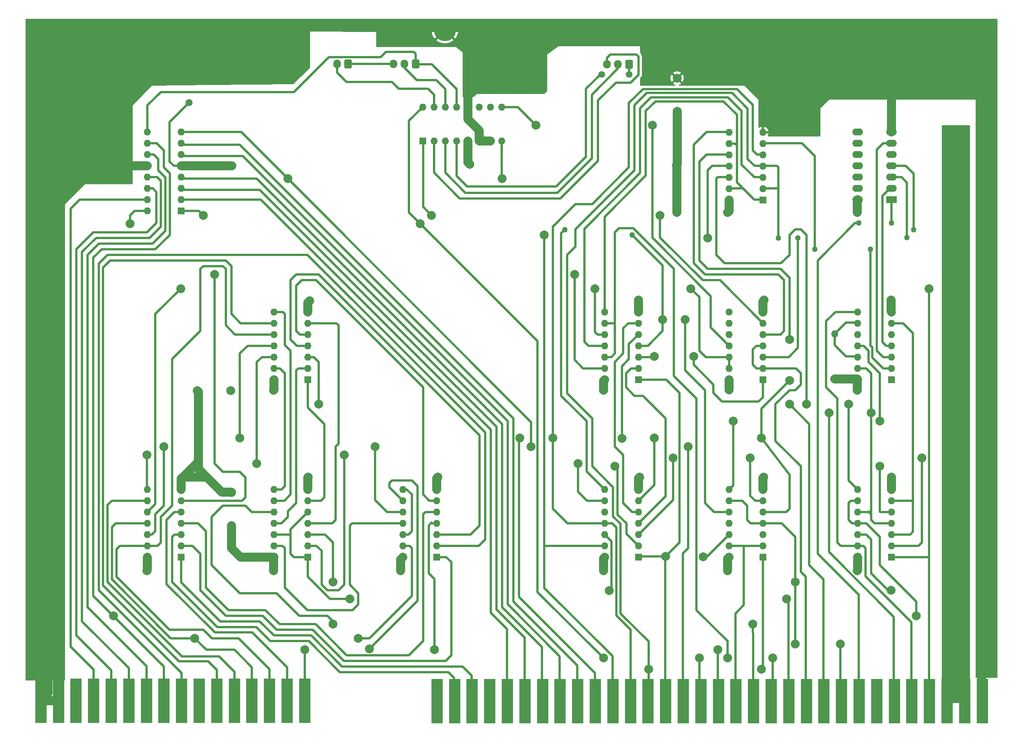
<source format=gbr>
%TF.GenerationSoftware,KiCad,Pcbnew,(6.0.4-0)*%
%TF.CreationDate,2024-04-06T09:11:41+11:00*%
%TF.ProjectId,PC and ADDER 74LS74 MOD,50432061-6e64-4204-9144-444552203734,rev?*%
%TF.SameCoordinates,Original*%
%TF.FileFunction,Copper,L2,Bot*%
%TF.FilePolarity,Positive*%
%FSLAX46Y46*%
G04 Gerber Fmt 4.6, Leading zero omitted, Abs format (unit mm)*
G04 Created by KiCad (PCBNEW (6.0.4-0)) date 2024-04-06 09:11:41*
%MOMM*%
%LPD*%
G01*
G04 APERTURE LIST*
G04 Aperture macros list*
%AMRoundRect*
0 Rectangle with rounded corners*
0 $1 Rounding radius*
0 $2 $3 $4 $5 $6 $7 $8 $9 X,Y pos of 4 corners*
0 Add a 4 corners polygon primitive as box body*
4,1,4,$2,$3,$4,$5,$6,$7,$8,$9,$2,$3,0*
0 Add four circle primitives for the rounded corners*
1,1,$1+$1,$2,$3*
1,1,$1+$1,$4,$5*
1,1,$1+$1,$6,$7*
1,1,$1+$1,$8,$9*
0 Add four rect primitives between the rounded corners*
20,1,$1+$1,$2,$3,$4,$5,0*
20,1,$1+$1,$4,$5,$6,$7,0*
20,1,$1+$1,$6,$7,$8,$9,0*
20,1,$1+$1,$8,$9,$2,$3,0*%
G04 Aperture macros list end*
%TA.AperFunction,ConnectorPad*%
%ADD10R,2.540000X10.000000*%
%TD*%
%TA.AperFunction,ComponentPad*%
%ADD11R,1.600000X1.600000*%
%TD*%
%TA.AperFunction,ComponentPad*%
%ADD12O,1.600000X1.600000*%
%TD*%
%TA.AperFunction,ComponentPad*%
%ADD13C,1.600000*%
%TD*%
%TA.AperFunction,ComponentPad*%
%ADD14C,5.000000*%
%TD*%
%TA.AperFunction,ComponentPad*%
%ADD15RoundRect,0.250000X0.600000X0.725000X-0.600000X0.725000X-0.600000X-0.725000X0.600000X-0.725000X0*%
%TD*%
%TA.AperFunction,ComponentPad*%
%ADD16O,1.700000X1.950000*%
%TD*%
%TA.AperFunction,ComponentPad*%
%ADD17C,2.000000*%
%TD*%
%TA.AperFunction,ComponentPad*%
%ADD18RoundRect,0.250000X0.600000X0.750000X-0.600000X0.750000X-0.600000X-0.750000X0.600000X-0.750000X0*%
%TD*%
%TA.AperFunction,ComponentPad*%
%ADD19O,1.700000X2.000000*%
%TD*%
%TA.AperFunction,ComponentPad*%
%ADD20R,2.400000X1.600000*%
%TD*%
%TA.AperFunction,ComponentPad*%
%ADD21O,2.400000X1.600000*%
%TD*%
%TA.AperFunction,ViaPad*%
%ADD22C,2.000000*%
%TD*%
%TA.AperFunction,ViaPad*%
%ADD23C,1.270000*%
%TD*%
%TA.AperFunction,ViaPad*%
%ADD24C,1.500000*%
%TD*%
%TA.AperFunction,Conductor*%
%ADD25C,2.000000*%
%TD*%
%TA.AperFunction,Conductor*%
%ADD26C,0.500000*%
%TD*%
G04 APERTURE END LIST*
D10*
%TO.P,J1,1,1*%
%TO.N,GND*%
X251050000Y-174170000D03*
%TO.P,J1,2,2*%
%TO.N,+5V*%
X247087600Y-174170000D03*
%TO.P,J1,3,3*%
X243125200Y-174170000D03*
%TO.P,J1,4,4*%
%TO.N,A-BUS*%
X239162800Y-174170000D03*
%TO.P,J1,5,5*%
%TO.N,B-BUS*%
X235200400Y-174170000D03*
%TO.P,J1,6,6*%
%TO.N,C-BUS*%
X231238000Y-174170000D03*
%TO.P,J1,7,7*%
%TO.N,unconnected-(J1-Pad7)*%
X227275600Y-174170000D03*
%TO.P,J1,8,8*%
%TO.N,~{T0+T12}*%
X223313200Y-174170000D03*
%TO.P,J1,9,9*%
%TO.N,~{T13.RAR}*%
X219350800Y-174170000D03*
%TO.P,J1,10,10*%
%TO.N,~{IOT.SKP}*%
X215388400Y-174170000D03*
%TO.P,J1,11,11*%
%TO.N,MCP*%
X211426000Y-174170000D03*
%TO.P,J1,12,12*%
%TO.N,T13*%
X207463600Y-174170000D03*
%TO.P,J1,13,13*%
%TO.N,T2-9*%
X203501200Y-174170000D03*
%TO.P,J1,14,14*%
%TO.N,T1*%
X199538800Y-174170000D03*
%TO.P,J1,15,15*%
%TO.N,~{T2-9(TAD+IAC+CMA})*%
X195576400Y-174170000D03*
%TO.P,J1,16,16*%
%TO.N,AC=0*%
X191614000Y-174170000D03*
%TO.P,J1,17,17*%
%TO.N,~{LA1}*%
X187651600Y-174170000D03*
%TO.P,J1,18,18*%
%TO.N,LA2*%
X183689200Y-174170000D03*
%TO.P,J1,19,19*%
%TO.N,~{T2-9.ISZ}*%
X179726800Y-174170000D03*
%TO.P,J1,20,20*%
%TO.N,~{T2-9(F+D+E})*%
X175764400Y-174170000D03*
%TO.P,J1,21,21*%
%TO.N,~{T14-21(JMP+JMS})*%
X171802000Y-174170000D03*
%TO.P,J1,22,22*%
%TO.N,~{T14-21.SKP}*%
X167839600Y-174170000D03*
%TO.P,J1,23,23*%
%TO.N,~{F+D+E}*%
X163877200Y-174170000D03*
%TO.P,J1,24,24*%
%TO.N,SR0*%
X159914800Y-174170000D03*
%TO.P,J1,25,25*%
%TO.N,SR1*%
X155952400Y-174170000D03*
%TO.P,J1,26,26*%
%TO.N,SR2*%
X151990000Y-174170000D03*
%TO.P,J1,27,27*%
%TO.N,SR3*%
X148027600Y-174170000D03*
%TO.P,J1,28,28*%
%TO.N,SR4*%
X144065200Y-174170000D03*
%TO.P,J1,29,29*%
%TO.N,unconnected-(J1-Pad29)*%
X140102800Y-174170000D03*
%TO.P,J1,30,30*%
%TO.N,~{SMA}*%
X136140400Y-174170000D03*
%TO.P,J1,31,31*%
%TO.N,~{SZA}*%
X132178000Y-174170000D03*
%TO.P,J1,32,32*%
%TO.N,unconnected-(J1-Pad32)*%
X128215600Y-174170000D03*
%TD*%
%TO.P,J5,1,1*%
%TO.N,MB=0*%
X98423200Y-174058000D03*
%TO.P,J5,2,2*%
%TO.N,~{TAD}*%
X94460800Y-174058000D03*
%TO.P,J5,3,3*%
%TO.N,~{ISZ}*%
X90498400Y-174058000D03*
%TO.P,J5,4,4*%
%TO.N,~{JMS}*%
X86536000Y-174058000D03*
%TO.P,J5,5,5*%
%TO.N,~{RAR}*%
X82573600Y-174058000D03*
%TO.P,J5,6,6*%
%TO.N,~{IAC}*%
X78611200Y-174058000D03*
%TO.P,J5,7,7*%
%TO.N,unconnected-(J5-Pad7)*%
X74648800Y-174058000D03*
%TO.P,J5,8,8*%
%TO.N,AC=-VE*%
X70686400Y-174058000D03*
%TO.P,J5,9,9*%
%TO.N,PC0*%
X66724000Y-174058000D03*
%TO.P,J5,10,10*%
%TO.N,PC1*%
X62761600Y-174058000D03*
%TO.P,J5,11,11*%
%TO.N,PC2*%
X58799200Y-174058000D03*
%TO.P,J5,12,12*%
%TO.N,PC3*%
X54836800Y-174058000D03*
%TO.P,J5,13,13*%
%TO.N,PC4*%
X50874400Y-174058000D03*
%TO.P,J5,14,14*%
%TO.N,unconnected-(J5-Pad14)*%
X46912000Y-174058000D03*
%TO.P,J5,15,15*%
%TO.N,GND*%
X42949600Y-174058000D03*
%TO.P,J5,16,16*%
X38987200Y-174058000D03*
%TD*%
D11*
%TO.P,U5,1*%
%TO.N,Net-(U10-Pad6)*%
X99120000Y-101740000D03*
D12*
%TO.P,U5,2*%
%TO.N,Net-(U10-Pad11)*%
X99120000Y-99200000D03*
%TO.P,U5,3*%
%TO.N,~{IOT.SKP}*%
X99120000Y-96660000D03*
%TO.P,U5,4*%
%TO.N,Net-(U11-Pad3)*%
X99120000Y-94120000D03*
%TO.P,U5,5*%
%TO.N,Net-(U11-Pad6)*%
X99120000Y-91580000D03*
%TO.P,U5,6*%
%TO.N,Net-(U10-Pad4)*%
X99120000Y-89040000D03*
%TO.P,U5,7,GND*%
%TO.N,GND*%
X99120000Y-86500000D03*
%TO.P,U5,8*%
%TO.N,Net-(U10-Pad9)*%
X91500000Y-86500000D03*
%TO.P,U5,9*%
%TO.N,~{IAC}*%
X91500000Y-89040000D03*
%TO.P,U5,10*%
%TO.N,~{ISZ}*%
X91500000Y-91580000D03*
%TO.P,U5,11*%
%TO.N,~{F+D+E}*%
X91500000Y-94120000D03*
%TO.P,U5,12*%
%TO.N,SET_CARRY_FLAG*%
X91500000Y-96660000D03*
%TO.P,U5,13*%
%TO.N,Net-(U10-Pad8)*%
X91500000Y-99200000D03*
%TO.P,U5,14,VCC*%
%TO.N,+5V*%
X91500000Y-101740000D03*
%TD*%
D11*
%TO.P,U6,1*%
%TO.N,~{T2-9.ISZ}*%
X173620000Y-101740000D03*
D12*
%TO.P,U6,2*%
%TO.N,Net-(U12-Pad4)*%
X173620000Y-99200000D03*
%TO.P,U6,3*%
%TO.N,Net-(U6-Pad3)*%
X173620000Y-96660000D03*
%TO.P,U6,4*%
%TO.N,~{T14-21.SKP}*%
X173620000Y-94120000D03*
%TO.P,U6,5*%
%TO.N,~{T14-21(JMP+JMS})*%
X173620000Y-91580000D03*
%TO.P,U6,6*%
%TO.N,Net-(U12-Pad5)*%
X173620000Y-89040000D03*
%TO.P,U6,7,GND*%
%TO.N,GND*%
X173620000Y-86500000D03*
%TO.P,U6,8*%
%TO.N,~{T2-9.JMS}*%
X166000000Y-86500000D03*
%TO.P,U6,9*%
%TO.N,T2-9*%
X166000000Y-89040000D03*
%TO.P,U6,10*%
%TO.N,Net-(U6-Pad10)*%
X166000000Y-91580000D03*
%TO.P,U6,11*%
%TO.N,~{T2-9.TAD}*%
X166000000Y-94120000D03*
%TO.P,U6,12*%
%TO.N,T2-9*%
X166000000Y-96660000D03*
%TO.P,U6,13*%
%TO.N,Net-(U6-Pad13)*%
X166000000Y-99200000D03*
%TO.P,U6,14,VCC*%
%TO.N,+5V*%
X166000000Y-101740000D03*
%TD*%
D11*
%TO.P,U9,1*%
%TO.N,~{SMA}*%
X70620000Y-141740000D03*
D12*
%TO.P,U9,2*%
%TO.N,Net-(U11-Pad1)*%
X70620000Y-139200000D03*
%TO.P,U9,3*%
%TO.N,~{SZA}*%
X70620000Y-136660000D03*
%TO.P,U9,4*%
%TO.N,Net-(U11-Pad5)*%
X70620000Y-134120000D03*
%TO.P,U9,5*%
%TO.N,~{TAD}*%
X70620000Y-131580000D03*
%TO.P,U9,6*%
%TO.N,Net-(U6-Pad13)*%
X70620000Y-129040000D03*
%TO.P,U9,7,GND*%
%TO.N,GND*%
X70620000Y-126500000D03*
%TO.P,U9,8*%
%TO.N,Net-(U10-Pad2)*%
X63000000Y-126500000D03*
%TO.P,U9,9*%
%TO.N,~{RAR}*%
X63000000Y-129040000D03*
%TO.P,U9,10*%
%TO.N,Net-(U6-Pad10)*%
X63000000Y-131580000D03*
%TO.P,U9,11*%
%TO.N,~{JMS}*%
X63000000Y-134120000D03*
%TO.P,U9,12*%
%TO.N,Net-(U11-Pad10)*%
X63000000Y-136660000D03*
%TO.P,U9,13*%
%TO.N,~{ISZ}*%
X63000000Y-139200000D03*
%TO.P,U9,14,VCC*%
%TO.N,+5V*%
X63000000Y-141740000D03*
%TD*%
D11*
%TO.P,U10,1*%
%TO.N,T13*%
X99120000Y-141740000D03*
D12*
%TO.P,U10,2*%
%TO.N,Net-(U10-Pad2)*%
X99120000Y-139200000D03*
%TO.P,U10,3*%
%TO.N,~{T13.RAR}*%
X99120000Y-136660000D03*
%TO.P,U10,4*%
%TO.N,Net-(U10-Pad4)*%
X99120000Y-134120000D03*
%TO.P,U10,5*%
%TO.N,T13*%
X99120000Y-131580000D03*
%TO.P,U10,6*%
%TO.N,Net-(U10-Pad6)*%
X99120000Y-129040000D03*
%TO.P,U10,7,GND*%
%TO.N,GND*%
X99120000Y-126500000D03*
%TO.P,U10,8*%
%TO.N,Net-(U10-Pad8)*%
X91500000Y-126500000D03*
%TO.P,U10,9*%
%TO.N,Net-(U10-Pad9)*%
X91500000Y-129040000D03*
%TO.P,U10,10*%
%TO.N,T1*%
X91500000Y-131580000D03*
%TO.P,U10,11*%
%TO.N,Net-(U10-Pad11)*%
X91500000Y-134120000D03*
%TO.P,U10,12*%
%TO.N,T13*%
X91500000Y-136660000D03*
%TO.P,U10,13*%
%TO.N,Net-(U10-Pad13)*%
X91500000Y-139200000D03*
%TO.P,U10,14,VCC*%
%TO.N,+5V*%
X91500000Y-141740000D03*
%TD*%
D11*
%TO.P,U11,1*%
%TO.N,Net-(U11-Pad1)*%
X128120000Y-141740000D03*
D12*
%TO.P,U11,2*%
%TO.N,AC=-VE*%
X128120000Y-139200000D03*
%TO.P,U11,3*%
%TO.N,Net-(U11-Pad3)*%
X128120000Y-136660000D03*
%TO.P,U11,4*%
%TO.N,AC=0*%
X128120000Y-134120000D03*
%TO.P,U11,5*%
%TO.N,Net-(U11-Pad5)*%
X128120000Y-131580000D03*
%TO.P,U11,6*%
%TO.N,Net-(U11-Pad6)*%
X128120000Y-129040000D03*
%TO.P,U11,7,GND*%
%TO.N,GND*%
X128120000Y-126500000D03*
%TO.P,U11,8*%
%TO.N,Net-(U11-Pad12)*%
X120500000Y-126500000D03*
%TO.P,U11,9*%
%TO.N,MB=0*%
X120500000Y-129040000D03*
%TO.P,U11,10*%
%TO.N,Net-(U11-Pad10)*%
X120500000Y-131580000D03*
%TO.P,U11,11*%
%TO.N,Net-(U10-Pad13)*%
X120500000Y-134120000D03*
%TO.P,U11,12*%
%TO.N,Net-(U11-Pad12)*%
X120500000Y-136660000D03*
%TO.P,U11,13*%
%TO.N,~{JMS}*%
X120500000Y-139200000D03*
%TO.P,U11,14,VCC*%
%TO.N,+5V*%
X120500000Y-141740000D03*
%TD*%
D11*
%TO.P,U12,1*%
%TO.N,~{T2-9.ISZ}*%
X173620000Y-141740000D03*
D12*
%TO.P,U12,2*%
%TO.N,T2-9.ISZ*%
X173620000Y-139200000D03*
%TO.P,U12,3*%
%TO.N,X1*%
X173620000Y-136660000D03*
%TO.P,U12,4*%
%TO.N,Net-(U12-Pad4)*%
X173620000Y-134120000D03*
%TO.P,U12,5*%
%TO.N,Net-(U12-Pad5)*%
X173620000Y-131580000D03*
%TO.P,U12,6*%
%TO.N,Net-(U12-Pad6)*%
X173620000Y-129040000D03*
%TO.P,U12,7,GND*%
%TO.N,GND*%
X173620000Y-126500000D03*
%TO.P,U12,8*%
%TO.N,/~{SET_CARRY_FLAG}*%
X166000000Y-126500000D03*
%TO.P,U12,9*%
%TO.N,SET_CARRY_FLAG*%
X166000000Y-129040000D03*
%TO.P,U12,10*%
%TO.N,unconnected-(U12-Pad10)*%
X166000000Y-131580000D03*
%TO.P,U12,11*%
%TO.N,~{T14-21(JMP+JMS})*%
X166000000Y-134120000D03*
%TO.P,U12,12*%
%TO.N,Net-(U12-Pad12)*%
X166000000Y-136660000D03*
%TO.P,U12,13*%
%TO.N,~{T14-21.SKP}*%
X166000000Y-139200000D03*
%TO.P,U12,14,VCC*%
%TO.N,+5V*%
X166000000Y-141740000D03*
%TD*%
D11*
%TO.P,U13,1*%
%TO.N,~{T2-9(F+D+E})*%
X201620000Y-141740000D03*
D12*
%TO.P,U13,2*%
%TO.N,~{T2-9(TAD+IAC+CMA})*%
X201620000Y-139200000D03*
%TO.P,U13,3*%
%TO.N,N/C*%
X201620000Y-136660000D03*
%TO.P,U13,4*%
%TO.N,~{T13.RAR}*%
X201620000Y-134120000D03*
%TO.P,U13,5*%
%TO.N,Net-(U12-Pad6)*%
X201620000Y-131580000D03*
%TO.P,U13,6*%
%TO.N,X1*%
X201620000Y-129040000D03*
%TO.P,U13,7,GND*%
%TO.N,GND*%
X201620000Y-126500000D03*
%TO.P,U13,8*%
%TO.N,Net-(U13-Pad8)*%
X194000000Y-126500000D03*
%TO.P,U13,9*%
%TO.N,~{T13.RAR}*%
X194000000Y-129040000D03*
%TO.P,U13,10*%
%TO.N,~{T14-21.SKP}*%
X194000000Y-131580000D03*
%TO.P,U13,11*%
%TO.N,N/C*%
X194000000Y-134120000D03*
%TO.P,U13,12*%
%TO.N,~{T2-9.ISZ}*%
X194000000Y-136660000D03*
%TO.P,U13,13*%
%TO.N,~{T2-9(TAD+IAC+CMA})*%
X194000000Y-139200000D03*
%TO.P,U13,14,VCC*%
%TO.N,+5V*%
X194000000Y-141740000D03*
%TD*%
D11*
%TO.P,U14,1*%
%TO.N,A-BUS*%
X230620000Y-141740000D03*
D12*
%TO.P,U14,2*%
%TO.N,X1*%
X230620000Y-139200000D03*
%TO.P,U14,3*%
%TO.N,SUM*%
X230620000Y-136660000D03*
%TO.P,U14,4*%
%TO.N,C-BUS*%
X230620000Y-134120000D03*
%TO.P,U14,5*%
%TO.N,T2-9.ISZ*%
X230620000Y-131580000D03*
%TO.P,U14,6*%
%TO.N,SUM*%
X230620000Y-129040000D03*
%TO.P,U14,7,GND*%
%TO.N,GND*%
X230620000Y-126500000D03*
%TO.P,U14,8*%
%TO.N,Net-(U14-Pad8)*%
X223000000Y-126500000D03*
%TO.P,U14,9*%
%TO.N,PC0*%
X223000000Y-129040000D03*
%TO.P,U14,10*%
%TO.N,C-BUS*%
X223000000Y-131580000D03*
%TO.P,U14,11*%
%TO.N,PC0*%
X223000000Y-134120000D03*
%TO.P,U14,12*%
%TO.N,Net-(U12-Pad12)*%
X223000000Y-136660000D03*
%TO.P,U14,13*%
%TO.N,B-BUS*%
X223000000Y-139200000D03*
%TO.P,U14,14,VCC*%
%TO.N,+5V*%
X223000000Y-141740000D03*
%TD*%
D11*
%TO.P,U1,1,CLK*%
%TO.N,CLK*%
X70620000Y-63780000D03*
D12*
%TO.P,U1,2,A*%
%TO.N,SR4*%
X70620000Y-61240000D03*
%TO.P,U1,3,B*%
%TO.N,SR3*%
X70620000Y-58700000D03*
%TO.P,U1,4,C*%
%TO.N,SR2*%
X70620000Y-56160000D03*
%TO.P,U1,5,VCC*%
%TO.N,+5V*%
X70620000Y-53620000D03*
%TO.P,U1,6,D*%
%TO.N,SR1*%
X70620000Y-51080000D03*
%TO.P,U1,7,E*%
%TO.N,SR0*%
X70620000Y-48540000D03*
%TO.P,U1,8,PRE*%
%TO.N,LA2*%
X70620000Y-46000000D03*
%TO.P,U1,9,SER*%
%TO.N,PC5*%
X63000000Y-46000000D03*
%TO.P,U1,10,QE*%
%TO.N,PC0*%
X63000000Y-48540000D03*
%TO.P,U1,11,QD*%
%TO.N,PC1*%
X63000000Y-51080000D03*
%TO.P,U1,12,GND*%
%TO.N,GND*%
X63000000Y-53620000D03*
%TO.P,U1,13,QC*%
%TO.N,PC2*%
X63000000Y-56160000D03*
%TO.P,U1,14,QB*%
%TO.N,PC3*%
X63000000Y-58700000D03*
%TO.P,U1,15,QA*%
%TO.N,PC4*%
X63000000Y-61240000D03*
%TO.P,U1,16,~{CLR}*%
%TO.N,~{LA1}*%
X63000000Y-63780000D03*
%TD*%
D11*
%TO.P,U2,1,CLK*%
%TO.N,CLK*%
X125000000Y-48000000D03*
D12*
%TO.P,U2,2,A*%
%TO.N,SR7*%
X127540000Y-48000000D03*
%TO.P,U2,3,B*%
%TO.N,SR6*%
X130080000Y-48000000D03*
%TO.P,U2,4,C*%
%TO.N,SR5*%
X132620000Y-48000000D03*
%TO.P,U2,5,VCC*%
%TO.N,+5V*%
X135160000Y-48000000D03*
%TO.P,U2,6,D*%
%TO.N,GND*%
X137700000Y-48000000D03*
%TO.P,U2,7,E*%
X140240000Y-48000000D03*
%TO.P,U2,8,PRE*%
%TO.N,LA2*%
X142780000Y-48000000D03*
%TO.P,U2,9,SER*%
%TO.N,/~{A-BUS}*%
X142780000Y-40380000D03*
%TO.P,U2,10,QE*%
%TO.N,unconnected-(U2-Pad10)*%
X140240000Y-40380000D03*
%TO.P,U2,11,QD*%
%TO.N,unconnected-(U2-Pad11)*%
X137700000Y-40380000D03*
%TO.P,U2,12,GND*%
%TO.N,GND*%
X135160000Y-40380000D03*
%TO.P,U2,13,QC*%
%TO.N,PC5*%
X132620000Y-40380000D03*
%TO.P,U2,14,QB*%
%TO.N,PC6*%
X130080000Y-40380000D03*
%TO.P,U2,15,QA*%
%TO.N,PC7*%
X127540000Y-40380000D03*
%TO.P,U2,16,~{CLR}*%
%TO.N,~{LA1}*%
X125000000Y-40380000D03*
%TD*%
D11*
%TO.P,U7,1*%
%TO.N,Net-(U6-Pad3)*%
X201620000Y-101740000D03*
D12*
%TO.P,U7,2*%
%TO.N,MCP*%
X201620000Y-99200000D03*
%TO.P,U7,3*%
%TO.N,Net-(U7-Pad3)*%
X201620000Y-96660000D03*
%TO.P,U7,4*%
%TO.N,MCP*%
X201620000Y-94120000D03*
%TO.P,U7,5*%
%TO.N,Net-(U3-Pad8)*%
X201620000Y-91580000D03*
%TO.P,U7,6*%
%TO.N,CLK*%
X201620000Y-89040000D03*
%TO.P,U7,7,GND*%
%TO.N,GND*%
X201620000Y-86500000D03*
%TO.P,U7,8*%
%TO.N,N/C*%
X194000000Y-86500000D03*
%TO.P,U7,9*%
X194000000Y-89040000D03*
%TO.P,U7,10*%
X194000000Y-91580000D03*
%TO.P,U7,11*%
%TO.N,/~{A-BUS}*%
X194000000Y-94120000D03*
%TO.P,U7,12*%
%TO.N,A-BUS*%
X194000000Y-96660000D03*
%TO.P,U7,13*%
X194000000Y-99200000D03*
%TO.P,U7,14,VCC*%
%TO.N,+5V*%
X194000000Y-101740000D03*
%TD*%
D13*
%TO.P,R2,1*%
%TO.N,+5V*%
X217805000Y-101600000D03*
D12*
%TO.P,R2,2*%
%TO.N,Net-(R2-Pad2)*%
X217805000Y-91440000D03*
%TD*%
D11*
%TO.P,U8,1,\u002AB*%
%TO.N,unconnected-(U8-Pad1)*%
X230620000Y-101740000D03*
D12*
%TO.P,U8,2,BC*%
%TO.N,Net-(U3-Pad6)*%
X230620000Y-99200000D03*
%TO.P,U8,3,CN*%
%TO.N,Net-(U8-Pad3)*%
X230620000Y-96660000D03*
%TO.P,U8,4,~{C}N+1*%
%TO.N,Net-(U8-Pad4)*%
X230620000Y-94120000D03*
%TO.P,U8,5,~{SUM}*%
%TO.N,unconnected-(U8-Pad5)*%
X230620000Y-91580000D03*
%TO.P,U8,6,SUM*%
%TO.N,SUM*%
X230620000Y-89040000D03*
%TO.P,U8,7,GND*%
%TO.N,GND*%
X230620000Y-86500000D03*
%TO.P,U8,8,A1*%
%TO.N,B-BUS*%
X223000000Y-86500000D03*
%TO.P,U8,9,A2*%
%TO.N,Net-(R2-Pad2)*%
X223000000Y-89040000D03*
%TO.P,U8,10,\u002AA*%
%TO.N,unconnected-(U8-Pad10)*%
X223000000Y-91580000D03*
%TO.P,U8,11,AC*%
%TO.N,Net-(U13-Pad8)*%
X223000000Y-94120000D03*
%TO.P,U8,12,B1*%
%TO.N,Net-(R2-Pad2)*%
X223000000Y-96660000D03*
%TO.P,U8,13,B2*%
%TO.N,C-BUS*%
X223000000Y-99200000D03*
%TO.P,U8,14,VCC*%
%TO.N,+5V*%
X223000000Y-101740000D03*
%TD*%
D13*
%TO.P,C5,1*%
%TO.N,+5V*%
X72390000Y-39370000D03*
%TO.P,C5,2*%
%TO.N,GND*%
X72390000Y-34370000D03*
%TD*%
D11*
%TO.P,U3,1*%
%TO.N,~{T2-9.JMS}*%
X201620000Y-61340000D03*
D12*
%TO.P,U3,2*%
%TO.N,~{T2-9(F+D+E})*%
X201620000Y-58800000D03*
%TO.P,U3,3*%
%TO.N,~{T2-9.TAD}*%
X201620000Y-56260000D03*
%TO.P,U3,4*%
%TO.N,~{T2-9(F+D+E})*%
X201620000Y-53720000D03*
%TO.P,U3,5*%
%TO.N,~{T14-21(JMP+JMS})*%
X201620000Y-51180000D03*
%TO.P,U3,6*%
%TO.N,Net-(U3-Pad6)*%
X201620000Y-48640000D03*
%TO.P,U3,7,GND*%
%TO.N,GND*%
X201620000Y-46100000D03*
%TO.P,U3,8*%
%TO.N,Net-(U3-Pad8)*%
X194000000Y-46100000D03*
%TO.P,U3,9*%
%TO.N,~{T2-9.JMS}*%
X194000000Y-48640000D03*
%TO.P,U3,10*%
%TO.N,Net-(U12-Pad6)*%
X194000000Y-51180000D03*
%TO.P,U3,11*%
%TO.N,~{T2-9(F+D+E})*%
X194000000Y-53720000D03*
%TO.P,U3,12*%
%TO.N,Net-(U14-Pad8)*%
X194000000Y-56260000D03*
%TO.P,U3,13*%
%TO.N,~{T2-9.JMS}*%
X194000000Y-58800000D03*
%TO.P,U3,14,VCC*%
%TO.N,+5V*%
X194000000Y-61340000D03*
%TD*%
D14*
%TO.P,H1,1,GND*%
%TO.N,GND*%
X40000000Y-23000000D03*
X130000000Y-23000000D03*
%TD*%
%TO.P,H2,1,GND*%
%TO.N,GND*%
X160000000Y-23000000D03*
X250000000Y-23000000D03*
%TD*%
D15*
%TO.P,J3,1,Pin_1*%
%TO.N,PC5*%
X123400000Y-30700000D03*
D16*
%TO.P,J3,2,Pin_2*%
%TO.N,PC6*%
X120900000Y-30700000D03*
%TO.P,J3,3,Pin_3*%
%TO.N,~{PC7}*%
X118400000Y-30700000D03*
%TD*%
D17*
%TO.P,C1,1*%
%TO.N,+5V*%
X81900000Y-134650000D03*
%TO.P,C1,2*%
%TO.N,GND*%
X81900000Y-127150000D03*
%TD*%
%TO.P,C3,1*%
%TO.N,+5V*%
X81750000Y-104200000D03*
%TO.P,C3,2*%
%TO.N,GND*%
X74250000Y-104200000D03*
%TD*%
%TO.P,C5,1*%
%TO.N,+5V*%
X243250000Y-93100000D03*
%TO.P,C5,2*%
%TO.N,GND*%
X250750000Y-93100000D03*
%TD*%
%TO.P,C4,1*%
%TO.N,+5V*%
X182300000Y-41350000D03*
%TO.P,C4,2*%
%TO.N,GND*%
X182300000Y-33850000D03*
%TD*%
D18*
%TO.P,J4,1,Pin_1*%
%TO.N,~{PC7}*%
X108200000Y-30700000D03*
D19*
%TO.P,J4,2,Pin_2*%
%TO.N,PC7*%
X105700000Y-30700000D03*
%TD*%
D17*
%TO.P,C2,1*%
%TO.N,+5V*%
X243450000Y-46200000D03*
%TO.P,C2,2*%
%TO.N,GND*%
X250950000Y-46200000D03*
%TD*%
%TO.P,C6,1*%
%TO.N,+5V*%
X243350000Y-158500000D03*
%TO.P,C6,2*%
%TO.N,GND*%
X250850000Y-158500000D03*
%TD*%
D15*
%TO.P,J2,1,Pin_1*%
%TO.N,SR5*%
X171500000Y-30750000D03*
D16*
%TO.P,J2,2,Pin_2*%
%TO.N,SR6*%
X169000000Y-30750000D03*
%TO.P,J2,3,Pin_3*%
%TO.N,SR7*%
X166500000Y-30750000D03*
%TD*%
D20*
%TO.P,U4,1,~{R}*%
%TO.N,~{T0+T12}*%
X230625000Y-61225000D03*
D21*
%TO.P,U4,2,D*%
%TO.N,Net-(U8-Pad4)*%
X230625000Y-58685000D03*
%TO.P,U4,3,C*%
%TO.N,Net-(U7-Pad3)*%
X230625000Y-56145000D03*
%TO.P,U4,4,~{S}*%
%TO.N,/~{SET_CARRY_FLAG}*%
X230625000Y-53605000D03*
%TO.P,U4,5,Q*%
%TO.N,unconnected-(U4-Pad5)*%
X230625000Y-51065000D03*
%TO.P,U4,6,~{Q}*%
%TO.N,Net-(U8-Pad3)*%
X230625000Y-48525000D03*
%TO.P,U4,7,GND*%
%TO.N,GND*%
X230625000Y-45985000D03*
%TO.P,U4,8,~{Q}*%
%TO.N,unconnected-(U4-Pad8)*%
X223005000Y-45985000D03*
%TO.P,U4,9,Q*%
%TO.N,unconnected-(U4-Pad9)*%
X223005000Y-48525000D03*
%TO.P,U4,10,~{S}*%
%TO.N,unconnected-(U4-Pad10)*%
X223005000Y-51065000D03*
%TO.P,U4,11,C*%
%TO.N,unconnected-(U4-Pad11)*%
X223005000Y-53605000D03*
%TO.P,U4,12,D*%
%TO.N,unconnected-(U4-Pad12)*%
X223005000Y-56145000D03*
%TO.P,U4,13,~{R}*%
%TO.N,unconnected-(U4-Pad13)*%
X223005000Y-58685000D03*
%TO.P,U4,14,VCC*%
%TO.N,+5V*%
X223005000Y-61225000D03*
%TD*%
D22*
%TO.N,GND*%
X201807800Y-123702800D03*
X99182200Y-123702800D03*
X70997800Y-123702800D03*
X42545000Y-83820000D03*
X230627200Y-123702800D03*
X173600000Y-83800000D03*
X173867800Y-123702800D03*
X76322200Y-123702800D03*
X42667200Y-123702800D03*
X230505000Y-83820000D03*
X128392200Y-123702800D03*
X250947200Y-123702800D03*
X250947200Y-83820000D03*
X201930000Y-83820000D03*
X99554427Y-83960573D03*
%TO.N,+5V*%
X222885000Y-104140000D03*
X182245000Y-64135000D03*
X165735000Y-144780000D03*
X243022400Y-64317600D03*
X81990000Y-53635000D03*
X135584000Y-53254000D03*
X182193000Y-53508000D03*
X91440000Y-144780000D03*
X91440000Y-104140000D03*
X194000000Y-104100000D03*
X243022400Y-143692600D03*
X222885000Y-144780000D03*
X222885000Y-64135000D03*
X193675000Y-64135000D03*
X62865000Y-144780000D03*
X120015000Y-144780000D03*
X193675000Y-144780000D03*
X165735000Y-104140000D03*
X243022400Y-104322600D03*
%TO.N,A-BUS*%
X185420000Y-81280000D03*
X239099990Y-81280000D03*
%TO.N,C-BUS*%
X226060000Y-109220000D03*
X216535000Y-109220000D03*
%TO.N,~{T13.RAR}*%
X208915000Y-147320000D03*
X104775000Y-147320000D03*
X208915000Y-161290000D03*
X219075000Y-161290000D03*
%TO.N,~{IOT.SKP}*%
X207645000Y-107315000D03*
X101600000Y-107315000D03*
%TO.N,T13*%
X108585000Y-151130000D03*
X207010000Y-151130000D03*
%TO.N,T2-9*%
X193675000Y-164465000D03*
X203835000Y-164465000D03*
%TO.N,T1*%
X199390000Y-156845000D03*
X104775000Y-156845000D03*
%TO.N,AC=0*%
X127635000Y-162560000D03*
X191500000Y-162600000D03*
%TO.N,~{LA1}*%
X124460000Y-66675000D03*
X59055000Y-66675000D03*
X187325000Y-164465000D03*
X165735000Y-164465000D03*
%TO.N,LA2*%
X149405001Y-116840000D03*
X94615000Y-56515000D03*
X184785000Y-116840000D03*
X142875000Y-56515000D03*
%TO.N,~{F+D+E}*%
X83820000Y-114935000D03*
X146864500Y-114900000D03*
%TO.N,~{T14-21.SKP}*%
X184150000Y-88265000D03*
D23*
X172200000Y-69200000D03*
D22*
X152400000Y-69199948D03*
X179070000Y-88265000D03*
%TO.N,~{T2-9(F+D+E})*%
X201295000Y-167005000D03*
X175895000Y-167005000D03*
X189230000Y-69850000D03*
D23*
X205105000Y-69850000D03*
D22*
%TO.N,MB=0*%
X98425000Y-162560000D03*
X113014948Y-162379990D03*
%TO.N,~{JMS}*%
X110490000Y-160020000D03*
X73660000Y-160020000D03*
%TO.N,PC0*%
X236220000Y-154940000D03*
X55320000Y-154940000D03*
D23*
%TO.N,Net-(U3-Pad6)*%
X213360000Y-72390000D03*
X225879990Y-72390000D03*
%TO.N,~{T0+T12}*%
X223200000Y-66500000D03*
X230600000Y-66500000D03*
D22*
%TO.N,~{T2-9.ISZ}*%
X179705000Y-141605000D03*
X188140010Y-141620052D03*
%TO.N,Net-(U6-Pad3)*%
X186055000Y-96520000D03*
X177165000Y-96520000D03*
%TO.N,Net-(U6-Pad10)*%
X163778000Y-81321000D03*
X70485000Y-81280000D03*
%TO.N,CLK*%
X178435000Y-64770000D03*
X75565000Y-64770000D03*
X127000000Y-64770000D03*
D23*
%TO.N,Net-(U7-Pad3)*%
X234100000Y-69800000D03*
X209550000Y-69850000D03*
D22*
%TO.N,Net-(U13-Pad8)*%
X227965000Y-111125000D03*
X194945000Y-111125000D03*
%TO.N,Net-(U10-Pad2)*%
X62865000Y-118745000D03*
X107315000Y-118745000D03*
%TO.N,Net-(U11-Pad10)*%
X66675000Y-116840000D03*
X114300000Y-116840000D03*
%TO.N,X1*%
X237490000Y-119380000D03*
X198780004Y-119380000D03*
X181429990Y-119395052D03*
%TO.N,T2-9.ISZ*%
X227965000Y-121285000D03*
X168275000Y-121285000D03*
D24*
%TO.N,SR5*%
X165300000Y-33000000D03*
X171500000Y-33000000D03*
D22*
%TO.N,/~{A-BUS}*%
X176710010Y-44465052D03*
X150495000Y-44450000D03*
%TO.N,~{T14-21(JMP+JMS})*%
X169874000Y-114976000D03*
X154305000Y-114935000D03*
%TO.N,Net-(U12-Pad6)*%
X207645000Y-101939990D03*
X201295000Y-114935000D03*
X177165000Y-114935000D03*
X207645000Y-92710000D03*
%TO.N,Net-(U14-Pad8)*%
X220980000Y-107315000D03*
X211455000Y-107315000D03*
%TO.N,Net-(U12-Pad12)*%
X230505000Y-149225000D03*
X167027500Y-149266000D03*
%TO.N,Net-(U6-Pad13)*%
X159205500Y-78100000D03*
X78105000Y-78105000D03*
D23*
%TO.N,/~{SET_CARRY_FLAG}*%
X157000000Y-68000000D03*
X235600000Y-68000000D03*
D22*
%TO.N,SET_CARRY_FLAG*%
X160020000Y-120650000D03*
X87630000Y-120650000D03*
%TD*%
D25*
%TO.N,GND*%
X250947200Y-84967800D02*
X250947200Y-37587200D01*
X250947200Y-123702800D02*
X250947200Y-84967800D01*
X230620000Y-46000000D02*
X230620000Y-38215000D01*
X137700000Y-45625000D02*
X135160000Y-43085000D01*
X137160000Y-25400000D02*
X135700000Y-25400000D01*
X140240000Y-48000000D02*
X137700000Y-48000000D01*
X230620000Y-126500000D02*
X230620000Y-123710000D01*
X135160000Y-43085000D02*
X135160000Y-40380000D01*
X52070000Y-50800000D02*
X40640000Y-50800000D01*
X173620000Y-123950600D02*
X173867800Y-123702800D01*
X135700000Y-25400000D02*
X135160000Y-25940000D01*
X52070000Y-24130000D02*
X52070000Y-50800000D01*
X54890000Y-53620000D02*
X63000000Y-53620000D01*
X201620000Y-84130000D02*
X201930000Y-83820000D01*
X201620000Y-126500000D02*
X201620000Y-123890600D01*
X40640000Y-50800000D02*
X40640000Y-172405200D01*
X76322200Y-123702800D02*
X70997800Y-123702800D01*
X137700000Y-48000000D02*
X137700000Y-45625000D01*
X201620000Y-86500000D02*
X201620000Y-84130000D01*
X99120000Y-86500000D02*
X99120000Y-84395000D01*
X38987200Y-174058000D02*
X42949600Y-174058000D01*
X54610000Y-21590000D02*
X52070000Y-24130000D01*
X128120000Y-126500000D02*
X128120000Y-123975000D01*
X230505000Y-83820000D02*
X230505000Y-86385000D01*
X128120000Y-123975000D02*
X128392200Y-123702800D01*
X81915000Y-127080000D02*
X79699400Y-127080000D01*
X74500000Y-121880600D02*
X76322200Y-123702800D01*
X74500000Y-120200600D02*
X70997800Y-123702800D01*
X137160000Y-25400000D02*
X137160000Y-21590000D01*
X70620000Y-126500000D02*
X70620000Y-124080600D01*
X74250000Y-104200000D02*
X74500000Y-104450000D01*
X135160000Y-25940000D02*
X135160000Y-40380000D01*
X230505000Y-86385000D02*
X230620000Y-86500000D01*
X99120000Y-126500000D02*
X99120000Y-123765000D01*
X70620000Y-124080600D02*
X70997800Y-123702800D01*
X40640000Y-172405200D02*
X38987200Y-174058000D01*
X99120000Y-84395000D02*
X99554427Y-83960573D01*
X79699400Y-127080000D02*
X76322200Y-123702800D01*
X250947200Y-174118000D02*
X250947200Y-123702800D01*
X137160000Y-21590000D02*
X54610000Y-21590000D01*
X173620000Y-83820000D02*
X173600000Y-83800000D01*
X173620000Y-86500000D02*
X173620000Y-83820000D01*
X201620000Y-123890600D02*
X201807800Y-123702800D01*
X52070000Y-50800000D02*
X54890000Y-53620000D01*
X74500000Y-119900000D02*
X74500000Y-121880600D01*
X74500000Y-104450000D02*
X74500000Y-120200600D01*
X99120000Y-123765000D02*
X99182200Y-123702800D01*
X173620000Y-126500000D02*
X173620000Y-123950600D01*
X230620000Y-123710000D02*
X230627200Y-123702800D01*
%TO.N,+5V*%
X182245000Y-64135000D02*
X182245000Y-53560000D01*
X217805000Y-101600000D02*
X222860000Y-101600000D01*
X165735000Y-144780000D02*
X165735000Y-142005000D01*
X165735000Y-142005000D02*
X166000000Y-141740000D01*
X194000000Y-101740000D02*
X194000000Y-104100000D01*
X222885000Y-61355000D02*
X223000000Y-61240000D01*
X222885000Y-101855000D02*
X223000000Y-101740000D01*
X81915000Y-134665000D02*
X81915000Y-139700000D01*
D26*
X68935000Y-53620000D02*
X70620000Y-53620000D01*
X72390000Y-39370000D02*
X67945000Y-43815000D01*
X67945000Y-43815000D02*
X67945000Y-52630000D01*
D25*
X63000000Y-141740000D02*
X63000000Y-144645000D01*
X182245000Y-53560000D02*
X182193000Y-53508000D01*
X182300000Y-41350000D02*
X182300000Y-53401000D01*
X222885000Y-104140000D02*
X222885000Y-101855000D01*
X223000000Y-141740000D02*
X223000000Y-144665000D01*
X91440000Y-144780000D02*
X91440000Y-141800000D01*
D26*
X67945000Y-52630000D02*
X68935000Y-53620000D01*
D25*
X194000000Y-61340000D02*
X194000000Y-63810000D01*
X165735000Y-102005000D02*
X166000000Y-101740000D01*
X222885000Y-64135000D02*
X222885000Y-61355000D01*
X91500000Y-104080000D02*
X91440000Y-104140000D01*
X83955000Y-141740000D02*
X91500000Y-141740000D01*
X135160000Y-52830000D02*
X135584000Y-53254000D01*
X182300000Y-53401000D02*
X182193000Y-53508000D01*
X81990000Y-53635000D02*
X81560000Y-53620000D01*
X91500000Y-101740000D02*
X91500000Y-104080000D01*
X81900000Y-134650000D02*
X81915000Y-134665000D01*
X222860000Y-101600000D02*
X223000000Y-101740000D01*
X223000000Y-144665000D02*
X222885000Y-144780000D01*
X135160000Y-48000000D02*
X135160000Y-52830000D01*
X165735000Y-104140000D02*
X165735000Y-102005000D01*
X194000000Y-63810000D02*
X193675000Y-64135000D01*
X193675000Y-144780000D02*
X193675000Y-142065000D01*
X91440000Y-141800000D02*
X91500000Y-141740000D01*
X81915000Y-139700000D02*
X83955000Y-141740000D01*
X120015000Y-144780000D02*
X120015000Y-142225000D01*
X193675000Y-142065000D02*
X194000000Y-141740000D01*
X63000000Y-144645000D02*
X62865000Y-144780000D01*
X120015000Y-142225000D02*
X120500000Y-141740000D01*
X81560000Y-53620000D02*
X70620000Y-53620000D01*
D26*
%TO.N,A-BUS*%
X238895000Y-141740000D02*
X239060000Y-141905000D01*
X239099990Y-81280000D02*
X239060000Y-81934991D01*
X239060000Y-81934991D02*
X239060000Y-141905000D01*
X187325000Y-95250000D02*
X188735000Y-96660000D01*
X188735000Y-96660000D02*
X194000000Y-96660000D01*
X230620000Y-141740000D02*
X238895000Y-141740000D01*
X239060000Y-174118000D02*
X239060000Y-141905000D01*
X194000000Y-96660000D02*
X194000000Y-99200000D01*
X187325000Y-83185000D02*
X187325000Y-95250000D01*
X185420000Y-81280000D02*
X187325000Y-83185000D01*
%TO.N,B-BUS*%
X215900000Y-103505000D02*
X215900000Y-88545000D01*
X215900000Y-88545000D02*
X217945000Y-86500000D01*
X224790000Y-146050000D02*
X224790000Y-139700000D01*
X223000000Y-139200000D02*
X219210000Y-139200000D01*
X235097600Y-174118000D02*
X235097600Y-156357600D01*
X217945000Y-86500000D02*
X223000000Y-86500000D01*
X235097600Y-156357600D02*
X224790000Y-146050000D01*
X224290000Y-139200000D02*
X223000000Y-139200000D01*
X218440000Y-138430000D02*
X218440000Y-106045000D01*
X224790000Y-139700000D02*
X224290000Y-139200000D01*
X219210000Y-139200000D02*
X218440000Y-138430000D01*
X218440000Y-106045000D02*
X215900000Y-103505000D01*
%TO.N,C-BUS*%
X224930000Y-99200000D02*
X223000000Y-99200000D01*
X226060000Y-109220000D02*
X226060000Y-131445000D01*
X225560000Y-131580000D02*
X226060000Y-132080000D01*
X216535000Y-109220000D02*
X216535000Y-140576002D01*
X226060000Y-131445000D02*
X226060000Y-132080000D01*
X226060000Y-100330000D02*
X224930000Y-99200000D01*
X216535000Y-140576002D02*
X231135200Y-155176202D01*
X229735000Y-134120000D02*
X230620000Y-134120000D01*
X223000000Y-131580000D02*
X225560000Y-131580000D01*
X226060000Y-131445000D02*
X225695000Y-131445000D01*
X226060000Y-109220000D02*
X226060000Y-100330000D01*
X225695000Y-131445000D02*
X225560000Y-131580000D01*
X226060000Y-132080000D02*
X226060000Y-133350000D01*
X226060000Y-133350000D02*
X226830000Y-134120000D01*
X226830000Y-134120000D02*
X229735000Y-134120000D01*
X231135200Y-155176202D02*
X231135200Y-174118000D01*
%TO.N,~{T13.RAR}*%
X208915000Y-147320000D02*
X208915000Y-161290000D01*
X219075000Y-161290000D02*
X219075000Y-173945000D01*
X104775000Y-147320000D02*
X104775000Y-138430000D01*
X208915000Y-137160000D02*
X208915000Y-147320000D01*
X198120000Y-133350000D02*
X198120000Y-130175000D01*
X104775000Y-138430000D02*
X103005000Y-136660000D01*
X198890000Y-134120000D02*
X198120000Y-133350000D01*
X198120000Y-130175000D02*
X196985000Y-129040000D01*
X205875000Y-134120000D02*
X208915000Y-137160000D01*
X196985000Y-129040000D02*
X194000000Y-129040000D01*
X201620000Y-134120000D02*
X205875000Y-134120000D01*
X103005000Y-136660000D02*
X99120000Y-136660000D01*
X219075000Y-173945000D02*
X219248000Y-174118000D01*
X201620000Y-134120000D02*
X198890000Y-134120000D01*
%TO.N,~{IOT.SKP}*%
X100470000Y-96660000D02*
X99120000Y-96660000D01*
X101600000Y-107315000D02*
X101600000Y-97790000D01*
X101600000Y-97790000D02*
X100470000Y-96660000D01*
X212090000Y-143510000D02*
X212090000Y-111760000D01*
X215285600Y-174118000D02*
X215285600Y-146705600D01*
X215285600Y-146705600D02*
X212090000Y-143510000D01*
X212090000Y-111760000D02*
X207645000Y-107315000D01*
%TO.N,MCP*%
X207645000Y-104140000D02*
X204470000Y-107315000D01*
X210185000Y-102870000D02*
X208915000Y-104140000D01*
X199390000Y-94895000D02*
X199390000Y-98425000D01*
X208915000Y-104140000D02*
X207645000Y-104140000D01*
X200165000Y-94120000D02*
X199390000Y-94895000D01*
X211323200Y-146181800D02*
X211323200Y-174118000D01*
X199390000Y-98425000D02*
X200165000Y-99200000D01*
X209055000Y-99200000D02*
X210185000Y-100330000D01*
X204470000Y-115570000D02*
X210185000Y-121285000D01*
X201620000Y-99200000D02*
X209055000Y-99200000D01*
X204470000Y-107315000D02*
X204470000Y-115570000D01*
X210185000Y-100330000D02*
X210185000Y-102870000D01*
X210185000Y-145043600D02*
X211323200Y-146181800D01*
X201620000Y-94120000D02*
X200165000Y-94120000D01*
X200165000Y-99200000D02*
X201620000Y-99200000D01*
X210185000Y-121285000D02*
X210185000Y-145043600D01*
%TO.N,T13*%
X207360800Y-174118000D02*
X207360800Y-151480800D01*
X99120000Y-141740000D02*
X96020000Y-141740000D01*
X95250000Y-136525000D02*
X95250000Y-135450000D01*
X98320001Y-132379999D02*
X99120000Y-131580000D01*
X99120000Y-146110000D02*
X99120000Y-141740000D01*
X95250000Y-135450000D02*
X98320001Y-132379999D01*
X95115000Y-136660000D02*
X95250000Y-136525000D01*
X108585000Y-151130000D02*
X104140000Y-151130000D01*
X207360800Y-151480800D02*
X207010000Y-151130000D01*
X104140000Y-151130000D02*
X99120000Y-146110000D01*
X91500000Y-136660000D02*
X95115000Y-136660000D01*
X96020000Y-141740000D02*
X95250000Y-140970000D01*
X95250000Y-140970000D02*
X95250000Y-136525000D01*
%TO.N,T2-9*%
X169227500Y-67627500D02*
X172402500Y-67627500D01*
X168135000Y-89040000D02*
X168275000Y-89180000D01*
X186690000Y-153670000D02*
X193675000Y-160655000D01*
X181610000Y-76835000D02*
X181610000Y-100965000D01*
X168275000Y-95885000D02*
X167500000Y-96660000D01*
X168275000Y-89180000D02*
X168275000Y-95885000D01*
X181610000Y-100965000D02*
X186690000Y-106045000D01*
X172402500Y-67627500D02*
X181610000Y-76835000D01*
X168275000Y-89180000D02*
X168275000Y-68580000D01*
X203835000Y-164465000D02*
X203835000Y-173681400D01*
X167500000Y-96660000D02*
X166000000Y-96660000D01*
X166000000Y-89040000D02*
X168135000Y-89040000D01*
X203835000Y-173681400D02*
X203398400Y-174118000D01*
X193675000Y-160655000D02*
X193675000Y-164465000D01*
X186690000Y-106045000D02*
X186690000Y-153670000D01*
X169227500Y-67627500D02*
X168275000Y-68580000D01*
%TO.N,T1*%
X77470000Y-143510000D02*
X77470000Y-132715000D01*
X92075000Y-149860000D02*
X83820000Y-149860000D01*
X83820000Y-149860000D02*
X77470000Y-143510000D01*
X86495000Y-131580000D02*
X91500000Y-131580000D01*
X77470000Y-132715000D02*
X80010000Y-130175000D01*
X199390000Y-156845000D02*
X199436000Y-160701000D01*
X97155000Y-154940000D02*
X92075000Y-149860000D01*
X104775000Y-156845000D02*
X104775000Y-156210000D01*
X80010000Y-130175000D02*
X85090000Y-130175000D01*
X104775000Y-156210000D02*
X103505000Y-154940000D01*
X199436000Y-160701000D02*
X199436000Y-174118000D01*
X85090000Y-130175000D02*
X86495000Y-131580000D01*
X103505000Y-154940000D02*
X97155000Y-154940000D01*
%TO.N,~{T2-9(TAD+IAC+CMA})*%
X197350000Y-152535000D02*
X195473600Y-154411400D01*
X194000000Y-139200000D02*
X197350000Y-139200000D01*
X197350000Y-139200000D02*
X201620000Y-139200000D01*
X197350000Y-139200000D02*
X197350000Y-152535000D01*
X195473600Y-154411400D02*
X195473600Y-174118000D01*
%TO.N,AC=0*%
X127000000Y-133985000D02*
X127135000Y-134120000D01*
X126365000Y-145415000D02*
X126365000Y-134620000D01*
X127635000Y-146685000D02*
X126365000Y-145415000D01*
X127635000Y-162560000D02*
X127635000Y-146685000D01*
X191511200Y-162611200D02*
X191500000Y-162600000D01*
X191511200Y-174118000D02*
X191511200Y-162611200D01*
X127135000Y-134120000D02*
X128120000Y-134120000D01*
X126365000Y-134620000D02*
X127000000Y-133985000D01*
%TO.N,~{LA1}*%
X187325000Y-173894200D02*
X187548800Y-174118000D01*
X121920000Y-43460000D02*
X125000000Y-40380000D01*
X63000000Y-63780000D02*
X60045000Y-63780000D01*
X124460000Y-66675000D02*
X150855011Y-93070011D01*
X187325000Y-164465000D02*
X187325000Y-173894200D01*
X60045000Y-63780000D02*
X59055000Y-64770000D01*
X124460000Y-66675000D02*
X121920000Y-64135000D01*
X150855011Y-149585011D02*
X150855011Y-93070011D01*
X59055000Y-64770000D02*
X59055000Y-66675000D01*
X121920000Y-64135000D02*
X121920000Y-43460000D01*
X165735000Y-164465000D02*
X150855011Y-149585011D01*
%TO.N,LA2*%
X84100000Y-46000000D02*
X70620000Y-46000000D01*
X149405001Y-111305001D02*
X149405001Y-116840000D01*
X184785000Y-116840000D02*
X184785000Y-139700000D01*
X142780000Y-55785000D02*
X142780000Y-48000000D01*
X94615000Y-56515000D02*
X149405001Y-111305001D01*
X142875000Y-56515000D02*
X142780000Y-55785000D01*
X183586400Y-140898600D02*
X183586400Y-174118000D01*
X184785000Y-139700000D02*
X183586400Y-140898600D01*
X94615000Y-56515000D02*
X84100000Y-46000000D01*
%TO.N,~{SMA}*%
X136037600Y-168422600D02*
X136037600Y-174118000D01*
X70620000Y-141740000D02*
X70620000Y-147455000D01*
X99856000Y-159385000D02*
X106841000Y-166370000D01*
X106841000Y-166370000D02*
X133985000Y-166370000D01*
X88310000Y-156210000D02*
X91485000Y-159385000D01*
X79375000Y-156210000D02*
X88310000Y-156210000D01*
X70620000Y-147455000D02*
X79375000Y-156210000D01*
X133985000Y-166370000D02*
X136037600Y-168422600D01*
X91485000Y-159385000D02*
X99856000Y-159385000D01*
%TO.N,SR4*%
X140335000Y-113030000D02*
X88545000Y-61240000D01*
X140335000Y-154271000D02*
X140335000Y-113030000D01*
X143962400Y-157898400D02*
X140335000Y-154271000D01*
X88545000Y-61240000D02*
X70620000Y-61240000D01*
X143962400Y-174118000D02*
X143962400Y-157898400D01*
%TO.N,SR3*%
X88265000Y-59055000D02*
X70975000Y-59055000D01*
X141605000Y-153509000D02*
X141605000Y-112395000D01*
X70975000Y-59055000D02*
X70620000Y-58700000D01*
X141605000Y-112395000D02*
X88265000Y-59055000D01*
X147924800Y-174118000D02*
X147924800Y-159828800D01*
X147924800Y-159828800D02*
X141605000Y-153509000D01*
%TO.N,SR2*%
X151887200Y-174118000D02*
X151887200Y-162013200D01*
X142875000Y-111760000D02*
X87630000Y-56515000D01*
X87630000Y-56515000D02*
X70975000Y-56515000D01*
X70975000Y-56515000D02*
X70620000Y-56160000D01*
X142875000Y-153001000D02*
X142875000Y-111760000D01*
X151887200Y-162013200D02*
X142875000Y-153001000D01*
%TO.N,SR1*%
X70975000Y-51435000D02*
X70620000Y-51080000D01*
X155849600Y-164070600D02*
X144145000Y-152366000D01*
X144145000Y-111125000D02*
X84455000Y-51435000D01*
X155849600Y-174118000D02*
X155849600Y-164070600D01*
X144145000Y-152366000D02*
X144145000Y-111125000D01*
X84455000Y-51435000D02*
X70975000Y-51435000D01*
%TO.N,SR0*%
X145415000Y-151765000D02*
X145415000Y-110490000D01*
X159812000Y-166162000D02*
X145415000Y-151765000D01*
X159812000Y-174118000D02*
X159812000Y-166162000D01*
X145415000Y-110490000D02*
X83820000Y-48895000D01*
X83820000Y-48895000D02*
X70975000Y-48895000D01*
X70975000Y-48895000D02*
X70620000Y-48540000D01*
%TO.N,~{F+D+E}*%
X83820000Y-114935000D02*
X83820000Y-95885000D01*
X83820000Y-95885000D02*
X85585000Y-94120000D01*
X146685000Y-115079500D02*
X146685000Y-150715000D01*
X146864500Y-114900000D02*
X146685000Y-115079500D01*
X163774400Y-167804400D02*
X163774400Y-174118000D01*
X146685000Y-150715000D02*
X163774400Y-167804400D01*
X85585000Y-94120000D02*
X91500000Y-94120000D01*
%TO.N,~{T14-21.SKP}*%
X179070000Y-88265000D02*
X179070000Y-90805000D01*
X179070000Y-76070000D02*
X172200000Y-69200000D01*
X152535000Y-139200000D02*
X152400000Y-139065000D01*
X167736800Y-164036800D02*
X152400000Y-148700000D01*
X173620000Y-94120000D02*
X175755000Y-94120000D01*
X179070000Y-88265000D02*
X179070000Y-76070000D01*
X167736800Y-174118000D02*
X167736800Y-164036800D01*
X188595000Y-129540000D02*
X190635000Y-131580000D01*
X190635000Y-131580000D02*
X194000000Y-131580000D01*
X184150000Y-88265000D02*
X184150000Y-99695000D01*
X152535000Y-139200000D02*
X166000000Y-139200000D01*
X188595000Y-104140000D02*
X188595000Y-129540000D01*
X152400000Y-69199948D02*
X152400000Y-139065000D01*
X152400000Y-148700000D02*
X152400000Y-139065000D01*
X184150000Y-99695000D02*
X188595000Y-104140000D01*
X175755000Y-94120000D02*
X179070000Y-90805000D01*
%TO.N,~{T2-9(F+D+E})*%
X204825000Y-58700000D02*
X205105000Y-58420000D01*
X199745000Y-53620000D02*
X204750000Y-53620000D01*
X167900000Y-125990000D02*
X163195000Y-121285000D01*
X198185011Y-52060011D02*
X199745000Y-53620000D01*
X204750000Y-53620000D02*
X205105000Y-53975000D01*
X201620000Y-166680000D02*
X201295000Y-167005000D01*
X159385000Y-67945000D02*
X172720000Y-54610000D01*
X159385000Y-71815000D02*
X159385000Y-67945000D01*
X157500000Y-104795000D02*
X157500000Y-73700000D01*
X163195000Y-121285000D02*
X163195000Y-110490000D01*
X175895000Y-173884600D02*
X175661600Y-174118000D01*
X175500000Y-37200000D02*
X194680000Y-37200000D01*
X167900000Y-132560000D02*
X167900000Y-125990000D01*
X175895000Y-167005000D02*
X175895000Y-173884600D01*
X201620000Y-58700000D02*
X204825000Y-58700000D01*
X169557510Y-154410510D02*
X169557510Y-134217510D01*
X194680000Y-37200000D02*
X198185011Y-40705011D01*
X198185011Y-40705011D02*
X198185011Y-52060011D01*
X190220000Y-53620000D02*
X194000000Y-53620000D01*
X157500000Y-73700000D02*
X159385000Y-71815000D01*
X163195000Y-110490000D02*
X157500000Y-104795000D01*
X175895000Y-167005000D02*
X175895000Y-160748000D01*
X205105000Y-53975000D02*
X205105000Y-58420000D01*
X205105000Y-69850000D02*
X205105000Y-58420000D01*
X201620000Y-141740000D02*
X201620000Y-166680000D01*
X172720000Y-39980000D02*
X175500000Y-37200000D01*
X172720000Y-54610000D02*
X172720000Y-39980000D01*
X189230000Y-54610000D02*
X190220000Y-53620000D01*
X169557510Y-134217510D02*
X167900000Y-132560000D01*
X189230000Y-69850000D02*
X189230000Y-54610000D01*
X175895000Y-160748000D02*
X169557510Y-154410510D01*
%TO.N,~{SZA}*%
X69080000Y-136660000D02*
X68580000Y-137160000D01*
X78740000Y-157480000D02*
X87480000Y-157480000D01*
X130810000Y-167640000D02*
X132075200Y-168905200D01*
X68580000Y-137160000D02*
X68580000Y-147320000D01*
X106333000Y-167640000D02*
X130810000Y-167640000D01*
X70620000Y-136660000D02*
X69080000Y-136660000D01*
X68580000Y-147320000D02*
X78740000Y-157480000D01*
X99348000Y-160655000D02*
X106333000Y-167640000D01*
X132075200Y-168905200D02*
X132075200Y-174118000D01*
X90655000Y-160655000D02*
X99348000Y-160655000D01*
X87480000Y-157480000D02*
X90655000Y-160655000D01*
%TO.N,MB=0*%
X98425000Y-162560000D02*
X98425000Y-174056200D01*
X123825000Y-125730000D02*
X123825000Y-151569938D01*
X117475000Y-125095000D02*
X118110000Y-124460000D01*
X118110000Y-124460000D02*
X122555000Y-124460000D01*
X120500000Y-129040000D02*
X117475000Y-126015000D01*
X122555000Y-124460000D02*
X123825000Y-125730000D01*
X98425000Y-174056200D02*
X98423200Y-174058000D01*
X123825000Y-151569938D02*
X113014948Y-162379990D01*
X117475000Y-126015000D02*
X117475000Y-125095000D01*
%TO.N,~{TAD}*%
X70620000Y-131580000D02*
X69080000Y-131580000D01*
X94460800Y-166560800D02*
X94460800Y-174058000D01*
X86600000Y-158700000D02*
X94460800Y-166560800D01*
X78200000Y-158700000D02*
X86600000Y-158700000D01*
X67310000Y-147810000D02*
X78200000Y-158700000D01*
X67310000Y-133350000D02*
X67310000Y-147810000D01*
X69080000Y-131580000D02*
X67310000Y-133350000D01*
%TO.N,~{ISZ}*%
X75565000Y-76200000D02*
X80010000Y-76200000D01*
X63000000Y-139200000D02*
X56800000Y-139200000D01*
X83561000Y-160061000D02*
X90498400Y-166998400D01*
X56000000Y-146170000D02*
X67930000Y-158100000D01*
X68580000Y-130175000D02*
X68580000Y-97155000D01*
X82690000Y-91580000D02*
X90368630Y-91580000D01*
X80645000Y-89535000D02*
X82690000Y-91580000D01*
X66040000Y-132715000D02*
X68580000Y-130175000D01*
X56800000Y-139200000D02*
X56000000Y-140000000D01*
X80645000Y-76835000D02*
X80645000Y-89535000D01*
X68580000Y-97155000D02*
X74930000Y-90805000D01*
X63000000Y-139200000D02*
X65270000Y-139200000D01*
X77561000Y-160061000D02*
X83561000Y-160061000D01*
X67930000Y-158100000D02*
X75600000Y-158100000D01*
X65270000Y-139200000D02*
X66040000Y-138430000D01*
X74930000Y-90805000D02*
X74930000Y-76835000D01*
X90498400Y-166998400D02*
X90498400Y-174058000D01*
X56000000Y-140000000D02*
X56000000Y-146170000D01*
X90368630Y-91580000D02*
X91500000Y-91580000D01*
X74930000Y-76835000D02*
X75565000Y-76200000D01*
X80010000Y-76200000D02*
X80645000Y-76835000D01*
X66040000Y-138430000D02*
X66040000Y-132715000D01*
X75600000Y-158100000D02*
X77561000Y-160061000D01*
%TO.N,~{JMS}*%
X122555000Y-150495000D02*
X113030000Y-160020000D01*
X113030000Y-160020000D02*
X110490000Y-160020000D01*
X86536000Y-166512000D02*
X82626500Y-162602500D01*
X82626500Y-162602500D02*
X76242500Y-162602500D01*
X122555000Y-139700000D02*
X122555000Y-150495000D01*
X55000000Y-146750000D02*
X55000000Y-135000000D01*
X68250000Y-160000000D02*
X55000000Y-146750000D01*
X55880000Y-134120000D02*
X63000000Y-134120000D01*
X73640000Y-160000000D02*
X68250000Y-160000000D01*
X55000000Y-135000000D02*
X55880000Y-134120000D01*
X122055000Y-139200000D02*
X122555000Y-139700000D01*
X120500000Y-139200000D02*
X122055000Y-139200000D01*
X76242500Y-162602500D02*
X73660000Y-160020000D01*
X86536000Y-174058000D02*
X86536000Y-166512000D01*
X73660000Y-160020000D02*
X73640000Y-160000000D01*
%TO.N,~{RAR}*%
X70757500Y-164102500D02*
X79102500Y-164102500D01*
X82573600Y-167573600D02*
X82573600Y-174058000D01*
X54960000Y-129040000D02*
X54000000Y-130000000D01*
X79102500Y-164102500D02*
X82573600Y-167573600D01*
X54000000Y-130000000D02*
X54000000Y-147345000D01*
X54000000Y-147345000D02*
X70757500Y-164102500D01*
X63000000Y-129040000D02*
X54960000Y-129040000D01*
%TO.N,~{IAC}*%
X54610000Y-74930000D02*
X80645000Y-74930000D01*
X53000000Y-76540000D02*
X54610000Y-74930000D01*
X76717500Y-165217500D02*
X70102500Y-165217500D01*
X70102500Y-165217500D02*
X53000000Y-148115000D01*
X81915000Y-86995000D02*
X83960000Y-89040000D01*
X80645000Y-74930000D02*
X81915000Y-76200000D01*
X53000000Y-148115000D02*
X53000000Y-76540000D01*
X81915000Y-76200000D02*
X81915000Y-86995000D01*
X83960000Y-89040000D02*
X91500000Y-89040000D01*
X78611200Y-167111200D02*
X76717500Y-165217500D01*
X78611200Y-174058000D02*
X78611200Y-167111200D01*
%TO.N,AC=-VE*%
X53975000Y-73660000D02*
X52000000Y-75635000D01*
X52000000Y-75635000D02*
X52000000Y-149155000D01*
X139065000Y-113665000D02*
X99060000Y-73660000D01*
X137660000Y-139200000D02*
X139065000Y-137795000D01*
X139065000Y-137795000D02*
X139065000Y-113665000D01*
X52000000Y-149155000D02*
X70686400Y-167841400D01*
X99060000Y-73660000D02*
X53975000Y-73660000D01*
X128120000Y-139200000D02*
X137660000Y-139200000D01*
X70686400Y-167841400D02*
X70686400Y-174058000D01*
%TO.N,PC0*%
X50800000Y-150420000D02*
X66724000Y-166344000D01*
X64770000Y-72390000D02*
X52705000Y-72390000D01*
X68000000Y-69160000D02*
X64770000Y-72390000D01*
X66724000Y-166344000D02*
X66724000Y-174058000D01*
X63000000Y-48540000D02*
X65050000Y-48540000D01*
X221480000Y-129040000D02*
X220980000Y-129540000D01*
X220980000Y-129540000D02*
X220980000Y-133350000D01*
X224925000Y-134120000D02*
X227965000Y-137160000D01*
X227965000Y-137160000D02*
X227965000Y-143510000D01*
X220980000Y-133350000D02*
X221750000Y-134120000D01*
X223000000Y-134120000D02*
X224925000Y-134120000D01*
X50800000Y-74295000D02*
X50800000Y-150420000D01*
X66675000Y-53975000D02*
X68000000Y-55300000D01*
X52705000Y-72390000D02*
X50800000Y-74295000D01*
X223000000Y-129040000D02*
X221480000Y-129040000D01*
X227965000Y-143510000D02*
X236220000Y-151765000D01*
X68000000Y-55300000D02*
X68000000Y-69160000D01*
X66675000Y-50165000D02*
X66675000Y-53975000D01*
X236220000Y-151765000D02*
X236220000Y-154940000D01*
X65050000Y-48540000D02*
X66675000Y-50165000D01*
X221750000Y-134120000D02*
X223000000Y-134120000D01*
%TO.N,PC1*%
X49530000Y-153035000D02*
X62761600Y-166266600D01*
X62761600Y-166266600D02*
X62761600Y-174058000D01*
X52070000Y-71120000D02*
X49530000Y-73660000D01*
X65405000Y-52070000D02*
X65405000Y-54610000D01*
X67000000Y-68255000D02*
X64135000Y-71120000D01*
X65405000Y-54610000D02*
X67000000Y-56205000D01*
X49530000Y-73660000D02*
X49530000Y-153035000D01*
X64135000Y-71120000D02*
X52070000Y-71120000D01*
X63000000Y-51080000D02*
X64415000Y-51080000D01*
X67000000Y-56205000D02*
X67000000Y-68255000D01*
X64415000Y-51080000D02*
X65405000Y-52070000D01*
%TO.N,PC2*%
X65160000Y-56160000D02*
X66000000Y-57000000D01*
X51435000Y-69850000D02*
X48260000Y-73025000D01*
X48260000Y-156210000D02*
X58799200Y-166749200D01*
X58799200Y-166749200D02*
X58799200Y-174058000D01*
X63500000Y-69850000D02*
X51435000Y-69850000D01*
X63000000Y-56160000D02*
X65160000Y-56160000D01*
X66000000Y-67350000D02*
X63500000Y-69850000D01*
X66000000Y-57000000D02*
X66000000Y-67350000D01*
X48260000Y-73025000D02*
X48260000Y-156210000D01*
%TO.N,PC3*%
X50800000Y-68580000D02*
X46990000Y-72390000D01*
X46990000Y-72390000D02*
X46990000Y-159385000D01*
X46990000Y-159385000D02*
X54836800Y-167231800D01*
X62865000Y-68580000D02*
X50800000Y-68580000D01*
X63000000Y-58700000D02*
X64200000Y-58700000D01*
X54836800Y-167231800D02*
X54836800Y-174058000D01*
X65000000Y-66445000D02*
X62865000Y-68580000D01*
X65000000Y-59500000D02*
X65000000Y-66445000D01*
X64200000Y-58700000D02*
X65000000Y-59500000D01*
%TO.N,PC4*%
X45720000Y-63280000D02*
X47760000Y-61240000D01*
X47760000Y-61240000D02*
X63000000Y-61240000D01*
X50874400Y-174058000D02*
X50874400Y-167079400D01*
X50874400Y-167079400D02*
X45720000Y-161925000D01*
X45720000Y-161925000D02*
X45720000Y-63280000D01*
%TO.N,~{T2-9.TAD}*%
X196850000Y-53340000D02*
X199670000Y-56160000D01*
X176430000Y-38200000D02*
X193775000Y-38200000D01*
X193775000Y-38200000D02*
X196850000Y-41275000D01*
X166000000Y-94120000D02*
X162320000Y-94120000D01*
X161400000Y-93200000D02*
X161400000Y-67800000D01*
X199670000Y-56160000D02*
X201620000Y-56160000D01*
X162320000Y-94120000D02*
X161400000Y-93200000D01*
X173990000Y-40640000D02*
X176430000Y-38200000D01*
X196850000Y-41275000D02*
X196850000Y-53340000D01*
X173990000Y-55210000D02*
X173990000Y-40640000D01*
X161400000Y-67800000D02*
X173990000Y-55210000D01*
%TO.N,~{T2-9.JMS}*%
X194000000Y-48640000D02*
X195370000Y-48640000D01*
X195370000Y-48640000D02*
X195602500Y-48872500D01*
X195730000Y-49000000D02*
X195602500Y-48872500D01*
X166000000Y-65100000D02*
X175260000Y-55840000D01*
X195800000Y-49000000D02*
X195730000Y-49000000D01*
X192770000Y-39100000D02*
X195800000Y-42130000D01*
X201620000Y-61240000D02*
X199670000Y-61240000D01*
X166000000Y-85799990D02*
X166000000Y-65100000D01*
X175260000Y-55840000D02*
X175260000Y-41275000D01*
X199670000Y-61240000D02*
X197130000Y-58700000D01*
X175260000Y-41275000D02*
X177435000Y-39100000D01*
X195800000Y-57370000D02*
X197130000Y-58700000D01*
X195800000Y-42130000D02*
X195800000Y-49000000D01*
X194000000Y-58700000D02*
X197130000Y-58700000D01*
X177435000Y-39100000D02*
X192770000Y-39100000D01*
X195800000Y-49070000D02*
X195800000Y-57370000D01*
X195602500Y-48872500D02*
X195800000Y-49070000D01*
%TO.N,Net-(U3-Pad6)*%
X225879990Y-94080026D02*
X225879990Y-72390000D01*
X201620000Y-48540000D02*
X210465000Y-48540000D01*
X230620000Y-99200000D02*
X228740000Y-99200000D01*
X226300000Y-96760000D02*
X226300000Y-94500036D01*
X213360000Y-51435000D02*
X213360000Y-72390000D01*
X228740000Y-99200000D02*
X226300000Y-96760000D01*
X226300000Y-94500036D02*
X225879990Y-94080026D01*
X210465000Y-48540000D02*
X213360000Y-51435000D01*
%TO.N,~{T0+T12}*%
X223210400Y-150185400D02*
X213995000Y-140970000D01*
X213995000Y-140970000D02*
X213995000Y-74930000D01*
X230625000Y-66475000D02*
X230600000Y-66500000D01*
X213995000Y-74930000D02*
X222425000Y-66500000D01*
X230625000Y-61225000D02*
X230625000Y-66475000D01*
X222425000Y-66500000D02*
X223200000Y-66500000D01*
X223210400Y-174118000D02*
X223210400Y-150185400D01*
%TO.N,Net-(U11-Pad3)*%
X95250000Y-92710000D02*
X95250000Y-79375000D01*
X128120000Y-136660000D02*
X135755000Y-136660000D01*
X99120000Y-94120000D02*
X96660000Y-94120000D01*
X95250000Y-79375000D02*
X96520000Y-78105000D01*
X137795000Y-114300000D02*
X137795000Y-134620000D01*
X96520000Y-78105000D02*
X101600000Y-78105000D01*
X96660000Y-94120000D02*
X95250000Y-92710000D01*
X137795000Y-134620000D02*
X135755000Y-136660000D01*
X137795000Y-114300000D02*
X101600000Y-78105000D01*
%TO.N,Net-(U11-Pad6)*%
X97295000Y-91580000D02*
X96520000Y-90805000D01*
X97790000Y-79375000D02*
X100965000Y-79375000D01*
X125095000Y-127635000D02*
X126500000Y-129040000D01*
X96520000Y-80645000D02*
X97790000Y-79375000D01*
X125095000Y-103505000D02*
X125095000Y-127635000D01*
X96520000Y-90805000D02*
X96520000Y-80645000D01*
X126500000Y-129040000D02*
X128120000Y-129040000D01*
X99120000Y-91580000D02*
X97295000Y-91580000D01*
X100965000Y-79375000D02*
X125095000Y-103505000D01*
%TO.N,Net-(U10-Pad4)*%
X105410000Y-116840000D02*
X105410000Y-133350000D01*
X106045000Y-116205000D02*
X105410000Y-116840000D01*
X105410000Y-133350000D02*
X104640000Y-134120000D01*
X104640000Y-134120000D02*
X99120000Y-134120000D01*
X106045000Y-89535000D02*
X106045000Y-116205000D01*
X99120000Y-89040000D02*
X105550000Y-89040000D01*
X105550000Y-89040000D02*
X106045000Y-89535000D01*
%TO.N,~{T2-9.ISZ}*%
X179543000Y-141605000D02*
X179624000Y-141686000D01*
X194000000Y-136660000D02*
X189039948Y-141620052D01*
X182880000Y-138430000D02*
X179705000Y-141605000D01*
X179705000Y-141605000D02*
X173755000Y-141605000D01*
X182880000Y-104775000D02*
X182880000Y-138430000D01*
X173620000Y-101740000D02*
X179845000Y-101740000D01*
X179705000Y-141605000D02*
X179543000Y-141605000D01*
X189039948Y-141620052D02*
X188140010Y-141620052D01*
X179845000Y-101740000D02*
X182880000Y-104775000D01*
X173755000Y-141605000D02*
X173620000Y-141740000D01*
X179624000Y-141686000D02*
X179624000Y-174118000D01*
%TO.N,Net-(U12-Pad4)*%
X173620000Y-134120000D02*
X179705000Y-128035000D01*
X170815000Y-103505000D02*
X170815000Y-100330000D01*
X174625000Y-105410000D02*
X172720000Y-105410000D01*
X171945000Y-99200000D02*
X173620000Y-99200000D01*
X179705000Y-128035000D02*
X179705000Y-110490000D01*
X172720000Y-105410000D02*
X170815000Y-103505000D01*
X170815000Y-100330000D02*
X171945000Y-99200000D01*
X179705000Y-110490000D02*
X174625000Y-105410000D01*
%TO.N,Net-(U6-Pad3)*%
X192405000Y-106680000D02*
X190500000Y-104775000D01*
X186055000Y-98425000D02*
X186055000Y-96520000D01*
X190500000Y-102870000D02*
X186055000Y-98425000D01*
X201620000Y-105720000D02*
X200660000Y-106680000D01*
X173620000Y-96660000D02*
X177025000Y-96660000D01*
X190500000Y-104775000D02*
X190500000Y-102870000D01*
X201620000Y-101740000D02*
X201620000Y-105720000D01*
X200660000Y-106680000D02*
X192405000Y-106680000D01*
X177025000Y-96660000D02*
X177165000Y-96520000D01*
%TO.N,Net-(U6-Pad10)*%
X64770000Y-129810000D02*
X63000000Y-131580000D01*
X163800000Y-81343000D02*
X163800000Y-91000000D01*
X163778000Y-81321000D02*
X163800000Y-81343000D01*
X164380000Y-91580000D02*
X163800000Y-91000000D01*
X64770000Y-86995000D02*
X64770000Y-129810000D01*
X70485000Y-81280000D02*
X64770000Y-86995000D01*
X166000000Y-91580000D02*
X164380000Y-91580000D01*
%TO.N,CLK*%
X74575000Y-63780000D02*
X75565000Y-64770000D01*
X127000000Y-64770000D02*
X125095000Y-62865000D01*
X125095000Y-62865000D02*
X125095000Y-48095000D01*
X191955000Y-79375000D02*
X201620000Y-89040000D01*
X178435000Y-64770000D02*
X178435000Y-69735000D01*
X70620000Y-63780000D02*
X74575000Y-63780000D01*
X188075000Y-79375000D02*
X191955000Y-79375000D01*
X125095000Y-48095000D02*
X125000000Y-48000000D01*
X178435000Y-69735000D02*
X188075000Y-79375000D01*
%TO.N,Net-(U7-Pad3)*%
X209550000Y-94615000D02*
X207505000Y-96660000D01*
X234100000Y-69800000D02*
X234100000Y-57400000D01*
X232845000Y-56145000D02*
X230625000Y-56145000D01*
X207505000Y-96660000D02*
X201620000Y-96660000D01*
X234100000Y-57400000D02*
X232845000Y-56145000D01*
X209550000Y-69850000D02*
X209550000Y-94615000D01*
%TO.N,Net-(U13-Pad8)*%
X223000000Y-94120000D02*
X224295000Y-94120000D01*
X194945000Y-125555000D02*
X194000000Y-126500000D01*
X227965000Y-100330000D02*
X227965000Y-111125000D01*
X194945000Y-111125000D02*
X194945000Y-125555000D01*
X225425000Y-97790000D02*
X227965000Y-100330000D01*
X225425000Y-95250000D02*
X225425000Y-97790000D01*
X224295000Y-94120000D02*
X225425000Y-95250000D01*
%TO.N,Net-(U10-Pad2)*%
X107315000Y-147955000D02*
X107315000Y-118745000D01*
X103505000Y-149225000D02*
X106045000Y-149225000D01*
X62865000Y-118745000D02*
X62865000Y-126365000D01*
X106045000Y-149225000D02*
X107315000Y-147955000D01*
X101100000Y-139200000D02*
X102235000Y-140335000D01*
X102235000Y-147955000D02*
X103505000Y-149225000D01*
X99120000Y-139200000D02*
X101100000Y-139200000D01*
X102235000Y-140335000D02*
X102235000Y-147955000D01*
X62865000Y-126365000D02*
X63000000Y-126500000D01*
%TO.N,Net-(U11-Pad1)*%
X80645000Y-154940000D02*
X74930000Y-149225000D01*
X74930000Y-140970000D02*
X73160000Y-139200000D01*
X131445000Y-142875000D02*
X131445000Y-163830000D01*
X128120000Y-141740000D02*
X130310000Y-141740000D01*
X107222000Y-165100000D02*
X100237000Y-158115000D01*
X131445000Y-163830000D02*
X130175000Y-165100000D01*
X74930000Y-149225000D02*
X74930000Y-140970000D01*
X100237000Y-158115000D02*
X92115000Y-158115000D01*
X88940000Y-154940000D02*
X80645000Y-154940000D01*
X92115000Y-158115000D02*
X88940000Y-154940000D01*
X73160000Y-139200000D02*
X70620000Y-139200000D01*
X130175000Y-165100000D02*
X107222000Y-165100000D01*
X130310000Y-141740000D02*
X131445000Y-142875000D01*
%TO.N,Net-(U11-Pad10)*%
X114300000Y-128905000D02*
X114300000Y-116840000D01*
X64770000Y-135890000D02*
X64770000Y-132080000D01*
X63000000Y-136660000D02*
X64000000Y-136660000D01*
X116975000Y-131580000D02*
X114300000Y-128905000D01*
X64000000Y-136660000D02*
X64770000Y-135890000D01*
X66675000Y-130175000D02*
X66675000Y-116840000D01*
X120500000Y-131580000D02*
X116975000Y-131580000D01*
X64770000Y-132080000D02*
X66675000Y-130175000D01*
%TO.N,Net-(U10-Pad11)*%
X94615000Y-132715000D02*
X94615000Y-131445000D01*
X96520000Y-129540000D02*
X96520000Y-99695000D01*
X91500000Y-134120000D02*
X93210000Y-134120000D01*
X97015000Y-99200000D02*
X99120000Y-99200000D01*
X96520000Y-99695000D02*
X97015000Y-99200000D01*
X93210000Y-134120000D02*
X94615000Y-132715000D01*
X94615000Y-131445000D02*
X96520000Y-129540000D01*
%TO.N,Net-(U10-Pad6)*%
X99120000Y-101740000D02*
X99120000Y-108010000D01*
X102100000Y-129040000D02*
X99120000Y-129040000D01*
X102870000Y-111760000D02*
X102870000Y-128270000D01*
X102870000Y-128270000D02*
X102100000Y-129040000D01*
X99120000Y-108010000D02*
X102870000Y-111760000D01*
%TO.N,Net-(U10-Pad13)*%
X99060000Y-153670000D02*
X109220000Y-153670000D01*
X108585000Y-147955000D02*
X108585000Y-134620000D01*
X110490000Y-149860000D02*
X108585000Y-147955000D01*
X110490000Y-152400000D02*
X110490000Y-149860000D01*
X108585000Y-134620000D02*
X109085000Y-134120000D01*
X109085000Y-134120000D02*
X120500000Y-134120000D01*
X91500000Y-139200000D02*
X93480000Y-139200000D01*
X109220000Y-153670000D02*
X110490000Y-152400000D01*
X93980000Y-148590000D02*
X99060000Y-153670000D01*
X93980000Y-139700000D02*
X93980000Y-148590000D01*
X93480000Y-139200000D02*
X93980000Y-139700000D01*
%TO.N,Net-(U11-Pad12)*%
X122555000Y-135890000D02*
X121785000Y-136660000D01*
X122555000Y-127635000D02*
X122555000Y-135890000D01*
X120500000Y-126500000D02*
X121420000Y-126500000D01*
X121420000Y-126500000D02*
X122555000Y-127635000D01*
X121785000Y-136660000D02*
X120500000Y-136660000D01*
%TO.N,X1*%
X201620000Y-129040000D02*
X199920000Y-129040000D01*
X237490000Y-119380000D02*
X237490000Y-138430000D01*
X237490000Y-138430000D02*
X236720000Y-139200000D01*
X181429990Y-128850010D02*
X181429990Y-119395052D01*
X199920000Y-129040000D02*
X198780004Y-127900004D01*
X173620000Y-136660000D02*
X181429990Y-128850010D01*
X198780004Y-127900004D02*
X198780004Y-119380000D01*
X236720000Y-139200000D02*
X230620000Y-139200000D01*
%TO.N,T2-9.ISZ*%
X168910000Y-132173000D02*
X168910000Y-121920000D01*
X227965000Y-121285000D02*
X227965000Y-131445000D01*
X228100000Y-131580000D02*
X230620000Y-131580000D01*
X170892021Y-136472021D02*
X170892021Y-134155021D01*
X168910000Y-121920000D02*
X168275000Y-121285000D01*
X170892021Y-134155021D02*
X168910000Y-132173000D01*
X173620000Y-139200000D02*
X170892021Y-136472021D01*
X227965000Y-131445000D02*
X228100000Y-131580000D01*
%TO.N,PC7*%
X127540000Y-40380000D02*
X127540000Y-37590000D01*
X118046000Y-34700000D02*
X107800000Y-34700000D01*
X105700000Y-32600000D02*
X107800000Y-34700000D01*
X105700000Y-30700000D02*
X105700000Y-32600000D01*
X126186000Y-36236000D02*
X119582000Y-36236000D01*
X127540000Y-37590000D02*
X126186000Y-36236000D01*
X119582000Y-36236000D02*
X118046000Y-34700000D01*
%TO.N,PC6*%
X120900000Y-31500000D02*
X120900000Y-30700000D01*
X130080000Y-40380000D02*
X130080000Y-36320000D01*
X123690000Y-34290000D02*
X120900000Y-31500000D01*
X128050000Y-34290000D02*
X123690000Y-34290000D01*
X130080000Y-36320000D02*
X128050000Y-34290000D01*
%TO.N,PC5*%
X123400000Y-30775000D02*
X127075000Y-30775000D01*
X132620000Y-36320000D02*
X132620000Y-40380000D01*
X96000000Y-37000000D02*
X103876000Y-29124000D01*
X63000000Y-40000000D02*
X66000000Y-37000000D01*
X122970000Y-27940000D02*
X123400000Y-28370000D01*
X63000000Y-46000000D02*
X63000000Y-40000000D01*
X123400000Y-28370000D02*
X123400000Y-30775000D01*
X127075000Y-30775000D02*
X132620000Y-36320000D01*
X116702000Y-27940000D02*
X122970000Y-27940000D01*
X115518000Y-29124000D02*
X116702000Y-27940000D01*
X103876000Y-29124000D02*
X115518000Y-29124000D01*
X66000000Y-37000000D02*
X96000000Y-37000000D01*
%TO.N,SR5*%
X161800000Y-51600000D02*
X161800000Y-36229959D01*
X155100000Y-58300000D02*
X161800000Y-51600000D01*
X165029959Y-33000000D02*
X165300000Y-33000000D01*
X161800000Y-36229959D02*
X165029959Y-33000000D01*
X132620000Y-55920000D02*
X135000000Y-58300000D01*
X171500000Y-30750000D02*
X171500000Y-33000000D01*
X135000000Y-58300000D02*
X155100000Y-58300000D01*
X132620000Y-48000000D02*
X132620000Y-55920000D01*
%TO.N,SR6*%
X163100000Y-51900000D02*
X155310000Y-59690000D01*
X169000000Y-30750000D02*
X169000000Y-31700000D01*
X130080000Y-55150000D02*
X130080000Y-48000000D01*
X155310000Y-59690000D02*
X134620000Y-59690000D01*
X169000000Y-31700000D02*
X163100000Y-37600000D01*
X163100000Y-37600000D02*
X163100000Y-51900000D01*
X134620000Y-59690000D02*
X130080000Y-55150000D01*
%TO.N,SR7*%
X173100000Y-28500000D02*
X167300000Y-28500000D01*
X127540000Y-48000000D02*
X127540000Y-55150000D01*
X167300000Y-28500000D02*
X166500000Y-29300000D01*
X173600000Y-29000000D02*
X173100000Y-28500000D01*
X127540000Y-55150000D02*
X133350000Y-60960000D01*
X164500000Y-38900000D02*
X168500000Y-34900000D01*
X166500000Y-29300000D02*
X166500000Y-30750000D01*
X133350000Y-60960000D02*
X156040000Y-60960000D01*
X168500000Y-34900000D02*
X171800000Y-34900000D01*
X164500000Y-52500000D02*
X164500000Y-38900000D01*
X156040000Y-60960000D02*
X164500000Y-52500000D01*
X173600000Y-33100000D02*
X173600000Y-29000000D01*
X171800000Y-34900000D02*
X173600000Y-33100000D01*
%TO.N,/~{A-BUS}*%
X189865000Y-89985000D02*
X189865000Y-82965000D01*
X176710010Y-69810010D02*
X176710010Y-44465052D01*
X142780000Y-40380000D02*
X146425000Y-40380000D01*
X146425000Y-40380000D02*
X150495000Y-44450000D01*
X194000000Y-94120000D02*
X189865000Y-89985000D01*
X189865000Y-82965000D02*
X176710010Y-69810010D01*
%TO.N,Net-(U10-Pad9)*%
X93980000Y-93980000D02*
X93980000Y-86995000D01*
X93980000Y-86995000D02*
X93485000Y-86500000D01*
X95250000Y-127635000D02*
X95250000Y-95250000D01*
X93845000Y-129040000D02*
X95250000Y-127635000D01*
X95250000Y-95250000D02*
X93980000Y-93980000D01*
X91500000Y-129040000D02*
X93845000Y-129040000D01*
X93485000Y-86500000D02*
X91500000Y-86500000D01*
%TO.N,Net-(U10-Pad8)*%
X93980000Y-125730000D02*
X93980000Y-100330000D01*
X93210000Y-126500000D02*
X93980000Y-125730000D01*
X91500000Y-126500000D02*
X93210000Y-126500000D01*
X92850000Y-99200000D02*
X91500000Y-99200000D01*
X93980000Y-100330000D02*
X92850000Y-99200000D01*
%TO.N,~{T14-21(JMP+JMS})*%
X199390000Y-50165000D02*
X200305000Y-51080000D01*
X166000000Y-134120000D02*
X157615000Y-134120000D01*
X169874000Y-98731000D02*
X169874000Y-114976000D01*
X200305000Y-51080000D02*
X201620000Y-51080000D01*
X163195000Y-62230000D02*
X171450000Y-53975000D01*
X168604000Y-135042000D02*
X168604000Y-154854000D01*
X166000000Y-134120000D02*
X167682000Y-134120000D01*
X171802000Y-158052000D02*
X171802000Y-174170000D01*
X167682000Y-134120000D02*
X168604000Y-135042000D01*
X199390000Y-39890000D02*
X199390000Y-50165000D01*
X159370000Y-62230000D02*
X163195000Y-62230000D01*
X168604000Y-154854000D02*
X171802000Y-158052000D01*
X154305000Y-114935000D02*
X154305000Y-130810000D01*
X154305000Y-67295000D02*
X159370000Y-62230000D01*
X171450000Y-97155000D02*
X169874000Y-98731000D01*
X171450000Y-93750000D02*
X171450000Y-97155000D01*
X171450000Y-53975000D02*
X171450000Y-39450000D01*
X173620000Y-91580000D02*
X171450000Y-93750000D01*
X174600000Y-36300000D02*
X195800000Y-36300000D01*
X154305000Y-130810000D02*
X157615000Y-134120000D01*
X195800000Y-36300000D02*
X199390000Y-39890000D01*
X154305000Y-114935000D02*
X154305000Y-67295000D01*
X171450000Y-39450000D02*
X174600000Y-36300000D01*
%TO.N,Net-(U3-Pad8)*%
X188950000Y-46000000D02*
X186055000Y-48895000D01*
X205105000Y-78105000D02*
X206375000Y-79375000D01*
X188605000Y-78105000D02*
X205105000Y-78105000D01*
X194000000Y-46000000D02*
X188950000Y-46000000D01*
X206375000Y-90805000D02*
X205600000Y-91580000D01*
X205600000Y-91580000D02*
X201620000Y-91580000D01*
X186055000Y-48895000D02*
X186055000Y-75555000D01*
X186055000Y-75555000D02*
X188605000Y-78105000D01*
X206375000Y-79375000D02*
X206375000Y-90805000D01*
%TO.N,Net-(U12-Pad6)*%
X206875000Y-131580000D02*
X201620000Y-131580000D01*
X188950000Y-51080000D02*
X187325000Y-52705000D01*
X201295000Y-114935000D02*
X207645000Y-123190000D01*
X201295000Y-114935000D02*
X201295000Y-108289990D01*
X207645000Y-130810000D02*
X206875000Y-131580000D01*
X207645000Y-78845000D02*
X207645000Y-92710000D01*
X194000000Y-51080000D02*
X188950000Y-51080000D01*
X187325000Y-74930000D02*
X189230000Y-76835000D01*
X189230000Y-76835000D02*
X205635000Y-76835000D01*
X177165000Y-114935000D02*
X177165000Y-125495000D01*
X207645000Y-123190000D02*
X207645000Y-130810000D01*
X205635000Y-76835000D02*
X207645000Y-78845000D01*
X201295000Y-108289990D02*
X207645000Y-101939990D01*
X177165000Y-125495000D02*
X173620000Y-129040000D01*
X187325000Y-52705000D02*
X187325000Y-74930000D01*
%TO.N,Net-(U14-Pad8)*%
X191135000Y-56515000D02*
X191490000Y-56160000D01*
X220980000Y-107315000D02*
X220980000Y-124480000D01*
X193040000Y-75565000D02*
X191135000Y-73660000D01*
X220980000Y-124480000D02*
X223000000Y-126500000D01*
X207645000Y-69215000D02*
X207645000Y-73660000D01*
X207645000Y-73660000D02*
X205740000Y-75565000D01*
X191135000Y-73660000D02*
X191135000Y-56515000D01*
X210185000Y-67945000D02*
X208915000Y-67945000D01*
X205740000Y-75565000D02*
X193040000Y-75565000D01*
X208915000Y-67945000D02*
X207645000Y-69215000D01*
X191490000Y-56160000D02*
X194000000Y-56160000D01*
X211455000Y-69215000D02*
X210185000Y-67945000D01*
X211455000Y-107315000D02*
X211455000Y-69215000D01*
%TO.N,Net-(U12-Pad5)*%
X170180000Y-118745000D02*
X168275000Y-116840000D01*
X172220000Y-131580000D02*
X170180000Y-129540000D01*
X168275000Y-116840000D02*
X168275000Y-97790000D01*
X171310000Y-89040000D02*
X173620000Y-89040000D01*
X170180000Y-90170000D02*
X171310000Y-89040000D01*
X170180000Y-95885000D02*
X170180000Y-90170000D01*
X168275000Y-97790000D02*
X170180000Y-95885000D01*
X173620000Y-131580000D02*
X172220000Y-131580000D01*
X170180000Y-129540000D02*
X170180000Y-118745000D01*
%TO.N,Net-(U12-Pad12)*%
X167535500Y-148758000D02*
X167027500Y-149266000D01*
X229870000Y-149225000D02*
X230505000Y-149225000D01*
X166000000Y-136660000D02*
X167535500Y-138195500D01*
X223000000Y-136660000D02*
X224925000Y-136660000D01*
X226060000Y-145415000D02*
X229870000Y-149225000D01*
X226060000Y-137795000D02*
X226060000Y-145415000D01*
X167535500Y-138195500D02*
X167535500Y-148758000D01*
X224925000Y-136660000D02*
X226060000Y-137795000D01*
%TO.N,SUM*%
X233185000Y-89040000D02*
X230620000Y-89040000D01*
X230620000Y-129040000D02*
X235450000Y-129040000D01*
X235450000Y-129405000D02*
X235450000Y-136025000D01*
X234815000Y-136660000D02*
X230620000Y-136660000D01*
X235450000Y-129040000D02*
X235450000Y-91305000D01*
X235450000Y-129675000D02*
X235450000Y-136025000D01*
X235450000Y-129040000D02*
X235450000Y-129405000D01*
X235450000Y-91305000D02*
X233185000Y-89040000D01*
X235450000Y-129405000D02*
X235450000Y-129675000D01*
X235450000Y-136025000D02*
X234815000Y-136660000D01*
%TO.N,Net-(R2-Pad2)*%
X217805000Y-91440000D02*
X220345000Y-88900000D01*
X222860000Y-88900000D02*
X223000000Y-89040000D01*
X222860000Y-96520000D02*
X223000000Y-96660000D01*
X217805000Y-93980000D02*
X220345000Y-96520000D01*
X217805000Y-91440000D02*
X217805000Y-93980000D01*
X220345000Y-88900000D02*
X222860000Y-88900000D01*
X220345000Y-96520000D02*
X222860000Y-96520000D01*
%TO.N,Net-(U8-Pad3)*%
X228775000Y-48525000D02*
X227329501Y-49970499D01*
X227329501Y-95249501D02*
X228740000Y-96660000D01*
X227329501Y-49970499D02*
X227329501Y-95249501D01*
X230625000Y-48525000D02*
X228775000Y-48525000D01*
X228740000Y-96660000D02*
X230620000Y-96660000D01*
%TO.N,Net-(U8-Pad4)*%
X229375000Y-94120000D02*
X230620000Y-94120000D01*
X228600000Y-93345000D02*
X229375000Y-94120000D01*
X230625000Y-58685000D02*
X230265978Y-58685000D01*
X230265978Y-58685000D02*
X228600000Y-60350978D01*
X228600000Y-60350978D02*
X228600000Y-93345000D01*
%TO.N,Net-(U11-Pad5)*%
X107857000Y-163830000D02*
X100872000Y-156845000D01*
X74430000Y-134120000D02*
X70620000Y-134120000D01*
X76200000Y-148590000D02*
X76200000Y-135890000D01*
X125595000Y-131580000D02*
X125095000Y-132080000D01*
X100872000Y-156845000D02*
X92744000Y-156845000D01*
X89569000Y-153670000D02*
X81280000Y-153670000D01*
X76200000Y-135890000D02*
X74430000Y-134120000D01*
X92744000Y-156845000D02*
X89569000Y-153670000D01*
X128120000Y-131580000D02*
X125595000Y-131580000D01*
X81280000Y-153670000D02*
X76200000Y-148590000D01*
X125095000Y-132080000D02*
X125095000Y-160655000D01*
X121920000Y-163830000D02*
X107857000Y-163830000D01*
X125095000Y-160655000D02*
X121920000Y-163830000D01*
%TO.N,Net-(U6-Pad13)*%
X78124999Y-83800001D02*
X78124999Y-120669999D01*
X80010000Y-122555000D02*
X83820000Y-122555000D01*
X78124999Y-120669999D02*
X80010000Y-122555000D01*
X161100000Y-99200000D02*
X166000000Y-99200000D01*
X85090000Y-128270000D02*
X84320000Y-129040000D01*
X159200000Y-97300000D02*
X161100000Y-99200000D01*
X78105000Y-78105000D02*
X78124999Y-83800001D01*
X85090000Y-123825000D02*
X85090000Y-128270000D01*
X84320000Y-129040000D02*
X70620000Y-129040000D01*
X159205500Y-78100000D02*
X159200000Y-78105500D01*
X159200000Y-78105500D02*
X159200000Y-97300000D01*
X83820000Y-122555000D02*
X85090000Y-123825000D01*
%TO.N,/~{SET_CARRY_FLAG}*%
X235600000Y-55400000D02*
X235600000Y-68000000D01*
X230625000Y-53605000D02*
X233805000Y-53605000D01*
X166000000Y-126500000D02*
X161925000Y-122425000D01*
X156210000Y-105410000D02*
X156210000Y-68790000D01*
X161925000Y-111125000D02*
X156210000Y-105410000D01*
X156210000Y-68790000D02*
X157000000Y-68000000D01*
X233805000Y-53605000D02*
X235600000Y-55400000D01*
X161925000Y-122425000D02*
X161925000Y-111125000D01*
%TO.N,SET_CARRY_FLAG*%
X162060000Y-129040000D02*
X160020000Y-127000000D01*
X91500000Y-96660000D02*
X88760000Y-96660000D01*
X160020000Y-127000000D02*
X160020000Y-120650000D01*
X87630000Y-97790000D02*
X87630000Y-120650000D01*
X88760000Y-96660000D02*
X87630000Y-97790000D01*
X166000000Y-129040000D02*
X162060000Y-129040000D01*
%TO.N,~{PC7}*%
X108200000Y-30700000D02*
X118400000Y-30700000D01*
%TD*%
%TA.AperFunction,Conductor*%
%TO.N,GND*%
G36*
X254491500Y-168784000D02*
G01*
X254471498Y-168852121D01*
X254417842Y-168898614D01*
X254365500Y-168910000D01*
X249681000Y-168910000D01*
X249612879Y-168889998D01*
X249566386Y-168836342D01*
X249555000Y-168784000D01*
X249555000Y-38735000D01*
X254491500Y-38735000D01*
X254491500Y-168784000D01*
G37*
%TD.AperFunction*%
%TD*%
%TA.AperFunction,Conductor*%
%TO.N,+5V*%
G36*
X248285000Y-174499000D02*
G01*
X248264998Y-174567121D01*
X248211342Y-174613614D01*
X248159000Y-174625000D01*
X242061000Y-174625000D01*
X241992879Y-174604998D01*
X241946386Y-174551342D01*
X241935000Y-174499000D01*
X241935000Y-169545000D01*
X248285000Y-169545000D01*
X248285000Y-174499000D01*
G37*
%TD.AperFunction*%
%TD*%
%TA.AperFunction,Conductor*%
%TO.N,+5V*%
G36*
X248227121Y-44470002D02*
G01*
X248273614Y-44523658D01*
X248285000Y-44576000D01*
X248285000Y-169545000D01*
X241935000Y-169545000D01*
X241935000Y-44576000D01*
X241955002Y-44507879D01*
X242008658Y-44461386D01*
X242061000Y-44450000D01*
X248159000Y-44450000D01*
X248227121Y-44470002D01*
G37*
%TD.AperFunction*%
%TD*%
%TA.AperFunction,Conductor*%
%TO.N,GND*%
G36*
X221615000Y-38735000D02*
G01*
X216535000Y-38735000D01*
X214630000Y-40640000D01*
X214630000Y-46864000D01*
X214609998Y-46932121D01*
X214556342Y-46978614D01*
X214504000Y-46990000D01*
X202835632Y-46990000D01*
X202767511Y-46969998D01*
X202721018Y-46916342D01*
X202710914Y-46846068D01*
X202732419Y-46791729D01*
X202753931Y-46761007D01*
X202759414Y-46751511D01*
X202851490Y-46554053D01*
X202855236Y-46543761D01*
X202901394Y-46371497D01*
X202901058Y-46357401D01*
X202893116Y-46354000D01*
X201492000Y-46354000D01*
X201423879Y-46333998D01*
X201377386Y-46280342D01*
X201366000Y-46228000D01*
X201366000Y-45827885D01*
X201874000Y-45827885D01*
X201878475Y-45843124D01*
X201879865Y-45844329D01*
X201887548Y-45846000D01*
X202887967Y-45846000D01*
X202901498Y-45842027D01*
X202902727Y-45833478D01*
X202855236Y-45656239D01*
X202851490Y-45645947D01*
X202759414Y-45448489D01*
X202753931Y-45438993D01*
X202628972Y-45260533D01*
X202621916Y-45252125D01*
X202467875Y-45098084D01*
X202459467Y-45091028D01*
X202281007Y-44966069D01*
X202271511Y-44960586D01*
X202074053Y-44868510D01*
X202063761Y-44864764D01*
X201891497Y-44818606D01*
X201877401Y-44818942D01*
X201874000Y-44826884D01*
X201874000Y-45827885D01*
X201366000Y-45827885D01*
X201366000Y-44832033D01*
X201362027Y-44818502D01*
X201353478Y-44817273D01*
X201176239Y-44864764D01*
X201165947Y-44868510D01*
X200968489Y-44960586D01*
X200958994Y-44966069D01*
X200858271Y-45036596D01*
X200790997Y-45059284D01*
X200722137Y-45041999D01*
X200673552Y-44990230D01*
X200660000Y-44933383D01*
X200660000Y-38735000D01*
X197485000Y-35560000D01*
X195982358Y-35560000D01*
X195952410Y-35556389D01*
X195928535Y-35550547D01*
X195894390Y-35542192D01*
X195888788Y-35541844D01*
X195888785Y-35541844D01*
X195883236Y-35541500D01*
X195883238Y-35541464D01*
X195879245Y-35541225D01*
X195875053Y-35540851D01*
X195867885Y-35539360D01*
X195804120Y-35541085D01*
X195790479Y-35541454D01*
X195787072Y-35541500D01*
X182778722Y-35541500D01*
X182710601Y-35521498D01*
X182664108Y-35467842D01*
X182654004Y-35397568D01*
X182683498Y-35332988D01*
X182749307Y-35292982D01*
X182762618Y-35289786D01*
X182772012Y-35286734D01*
X182982163Y-35199687D01*
X182990958Y-35195205D01*
X183158445Y-35092568D01*
X183167907Y-35082110D01*
X183164124Y-35073334D01*
X182312812Y-34222022D01*
X182298868Y-34214408D01*
X182297035Y-34214539D01*
X182290420Y-34218790D01*
X181438920Y-35070290D01*
X181432160Y-35082670D01*
X181437887Y-35090320D01*
X181609042Y-35195205D01*
X181617837Y-35199687D01*
X181827988Y-35286734D01*
X181837382Y-35289786D01*
X181850693Y-35292982D01*
X181912262Y-35328334D01*
X181944944Y-35391361D01*
X181938363Y-35462052D01*
X181894609Y-35517963D01*
X181821278Y-35541500D01*
X174667070Y-35541500D01*
X174648120Y-35540067D01*
X174633885Y-35537901D01*
X174633881Y-35537901D01*
X174626651Y-35536801D01*
X174619359Y-35537394D01*
X174619356Y-35537394D01*
X174573982Y-35541085D01*
X174563767Y-35541500D01*
X174555707Y-35541500D01*
X174552073Y-35541924D01*
X174552067Y-35541924D01*
X174539042Y-35543443D01*
X174527480Y-35544791D01*
X174523132Y-35545221D01*
X174450364Y-35551140D01*
X174443400Y-35553396D01*
X174437456Y-35554584D01*
X174431591Y-35555970D01*
X174424319Y-35556818D01*
X174422982Y-35557303D01*
X174399855Y-35560000D01*
X174116000Y-35560000D01*
X174047879Y-35539998D01*
X174001386Y-35486342D01*
X173990000Y-35434000D01*
X173990000Y-33854930D01*
X180787725Y-33854930D01*
X180805572Y-34081699D01*
X180807115Y-34091446D01*
X180860217Y-34312627D01*
X180863266Y-34322012D01*
X180950313Y-34532163D01*
X180954795Y-34540958D01*
X181057432Y-34708445D01*
X181067890Y-34717907D01*
X181076666Y-34714124D01*
X181927978Y-33862812D01*
X181934356Y-33851132D01*
X182664408Y-33851132D01*
X182664539Y-33852965D01*
X182668790Y-33859580D01*
X183520290Y-34711080D01*
X183532670Y-34717840D01*
X183540320Y-34712113D01*
X183645205Y-34540958D01*
X183649687Y-34532163D01*
X183736734Y-34322012D01*
X183739783Y-34312627D01*
X183792885Y-34091446D01*
X183794428Y-34081699D01*
X183812275Y-33854930D01*
X183812275Y-33845070D01*
X183794428Y-33618301D01*
X183792885Y-33608554D01*
X183739783Y-33387373D01*
X183736734Y-33377988D01*
X183649687Y-33167837D01*
X183645205Y-33159042D01*
X183542568Y-32991555D01*
X183532110Y-32982093D01*
X183523334Y-32985876D01*
X182672022Y-33837188D01*
X182664408Y-33851132D01*
X181934356Y-33851132D01*
X181935592Y-33848868D01*
X181935461Y-33847035D01*
X181931210Y-33840420D01*
X181079710Y-32988920D01*
X181067330Y-32982160D01*
X181059680Y-32987887D01*
X180954795Y-33159042D01*
X180950313Y-33167837D01*
X180863266Y-33377988D01*
X180860217Y-33387373D01*
X180807115Y-33608554D01*
X180805572Y-33618301D01*
X180787725Y-33845070D01*
X180787725Y-33854930D01*
X173990000Y-33854930D01*
X173990000Y-33834871D01*
X174010002Y-33766750D01*
X174026905Y-33745776D01*
X174088911Y-33683770D01*
X174103323Y-33671384D01*
X174114918Y-33662851D01*
X174114923Y-33662846D01*
X174120818Y-33658508D01*
X174125557Y-33652930D01*
X174125560Y-33652927D01*
X174155035Y-33618232D01*
X174161965Y-33610716D01*
X174167660Y-33605021D01*
X174185281Y-33582749D01*
X174188072Y-33579345D01*
X174230591Y-33529297D01*
X174230592Y-33529295D01*
X174235333Y-33523715D01*
X174238661Y-33517199D01*
X174242028Y-33512150D01*
X174245195Y-33507021D01*
X174249734Y-33501284D01*
X174280655Y-33435125D01*
X174282561Y-33431225D01*
X174304953Y-33387373D01*
X174315769Y-33366192D01*
X174317508Y-33359084D01*
X174319607Y-33353441D01*
X174321524Y-33347678D01*
X174324622Y-33341050D01*
X174339487Y-33269583D01*
X174340457Y-33265299D01*
X174356473Y-33199845D01*
X174357808Y-33194390D01*
X174358500Y-33183236D01*
X174358536Y-33183238D01*
X174358775Y-33179245D01*
X174359149Y-33175053D01*
X174360640Y-33167885D01*
X174358546Y-33090479D01*
X174358500Y-33087072D01*
X174358500Y-32617890D01*
X181432093Y-32617890D01*
X181435876Y-32626666D01*
X182287188Y-33477978D01*
X182301132Y-33485592D01*
X182302965Y-33485461D01*
X182309580Y-33481210D01*
X183161080Y-32629710D01*
X183167840Y-32617330D01*
X183162113Y-32609680D01*
X182990958Y-32504795D01*
X182982163Y-32500313D01*
X182772012Y-32413266D01*
X182762627Y-32410217D01*
X182541446Y-32357115D01*
X182531699Y-32355572D01*
X182304930Y-32337725D01*
X182295070Y-32337725D01*
X182068301Y-32355572D01*
X182058554Y-32357115D01*
X181837373Y-32410217D01*
X181827988Y-32413266D01*
X181617837Y-32500313D01*
X181609042Y-32504795D01*
X181441555Y-32607432D01*
X181432093Y-32617890D01*
X174358500Y-32617890D01*
X174358500Y-29067070D01*
X174359933Y-29048120D01*
X174362099Y-29033885D01*
X174362099Y-29033881D01*
X174363199Y-29026651D01*
X174358915Y-28973982D01*
X174358500Y-28963767D01*
X174358500Y-28955707D01*
X174355209Y-28927480D01*
X174354778Y-28923121D01*
X174348860Y-28850364D01*
X174346605Y-28843403D01*
X174345418Y-28837463D01*
X174344029Y-28831588D01*
X174343182Y-28824319D01*
X174318264Y-28755670D01*
X174316847Y-28751542D01*
X174296607Y-28689064D01*
X174296606Y-28689062D01*
X174294351Y-28682101D01*
X174290555Y-28675846D01*
X174288049Y-28670372D01*
X174285330Y-28664942D01*
X174282833Y-28658063D01*
X174242814Y-28597024D01*
X174240467Y-28593305D01*
X174202595Y-28530893D01*
X174198878Y-28526684D01*
X174195554Y-28522167D01*
X174197282Y-28520896D01*
X174174421Y-28476867D01*
X174154281Y-28393299D01*
X174154280Y-28393297D01*
X174152875Y-28387466D01*
X174065326Y-28194913D01*
X174013230Y-28121471D01*
X173990000Y-28048571D01*
X173990000Y-26670000D01*
X221615000Y-26670000D01*
X221615000Y-38735000D01*
G37*
%TD.AperFunction*%
%TD*%
%TA.AperFunction,Conductor*%
%TO.N,GND*%
G36*
X224155000Y-29210000D02*
G01*
X219075000Y-29210000D01*
X219075000Y-25400000D01*
X224155000Y-25400000D01*
X224155000Y-29210000D01*
G37*
%TD.AperFunction*%
%TD*%
%TA.AperFunction,Conductor*%
%TO.N,GND*%
G36*
X153035000Y-28575000D02*
G01*
X153035000Y-36777810D01*
X153014998Y-36845931D01*
X152998095Y-36866905D01*
X152436905Y-37428095D01*
X152374593Y-37462121D01*
X152347810Y-37465000D01*
X137160000Y-37465000D01*
X136561905Y-38063095D01*
X136499593Y-38097121D01*
X136472810Y-38100000D01*
X134111000Y-38100000D01*
X134042879Y-38079998D01*
X133996386Y-38026342D01*
X133985000Y-37974000D01*
X133985000Y-26670000D01*
X155575000Y-26670000D01*
X153035000Y-28575000D01*
G37*
%TD.AperFunction*%
%TD*%
%TA.AperFunction,Conductor*%
%TO.N,GND*%
G36*
X134620000Y-28575000D02*
G01*
X133976994Y-28060595D01*
X133976993Y-28060594D01*
X133371355Y-27576084D01*
X131445000Y-26035000D01*
X134620000Y-26035000D01*
X134620000Y-28575000D01*
G37*
%TD.AperFunction*%
%TD*%
%TA.AperFunction,Conductor*%
%TO.N,GND*%
G36*
X135393500Y-26838000D02*
G01*
X114628000Y-26838000D01*
X114559879Y-26817998D01*
X114513386Y-26764342D01*
X114502000Y-26712000D01*
X114502000Y-25301681D01*
X128063860Y-25301681D01*
X128063878Y-25301933D01*
X128069793Y-25310677D01*
X128101111Y-25339174D01*
X128106748Y-25343738D01*
X128382544Y-25541918D01*
X128388682Y-25545813D01*
X128685435Y-25710984D01*
X128691955Y-25714136D01*
X129005738Y-25844109D01*
X129012589Y-25846495D01*
X129339212Y-25939536D01*
X129346301Y-25941120D01*
X129681465Y-25996006D01*
X129688671Y-25996763D01*
X130027926Y-26012762D01*
X130035176Y-26012686D01*
X130374010Y-25989587D01*
X130381219Y-25988676D01*
X130715160Y-25926784D01*
X130722190Y-25925057D01*
X131046819Y-25825187D01*
X131053597Y-25822667D01*
X131364603Y-25686145D01*
X131371043Y-25682864D01*
X131664293Y-25511502D01*
X131670326Y-25507493D01*
X131928828Y-25313405D01*
X131937282Y-25302078D01*
X131930537Y-25289748D01*
X130012810Y-23372020D01*
X129998869Y-23364408D01*
X129997034Y-23364539D01*
X129990420Y-23368790D01*
X128071474Y-25287737D01*
X128063860Y-25301681D01*
X114502000Y-25301681D01*
X114502000Y-22901000D01*
X126990980Y-22876327D01*
X126988712Y-22901735D01*
X126988484Y-22908987D01*
X126997374Y-23248505D01*
X126997980Y-23255721D01*
X127045835Y-23591963D01*
X127047269Y-23599074D01*
X127133455Y-23927595D01*
X127135692Y-23934478D01*
X127259064Y-24250914D01*
X127262081Y-24257503D01*
X127421002Y-24557652D01*
X127424761Y-24563860D01*
X127617129Y-24843757D01*
X127621574Y-24849486D01*
X127688743Y-24926484D01*
X127701917Y-24934888D01*
X127711769Y-24929020D01*
X129769954Y-22870836D01*
X130229139Y-22869929D01*
X132286268Y-24927057D01*
X132299622Y-24934349D01*
X132309594Y-24927295D01*
X132416641Y-24799267D01*
X132420957Y-24793456D01*
X132607432Y-24509575D01*
X132611046Y-24503313D01*
X132763658Y-24199882D01*
X132766530Y-24193244D01*
X132883249Y-23874293D01*
X132885345Y-23867351D01*
X132964631Y-23537103D01*
X132965915Y-23529964D01*
X133006816Y-23191973D01*
X133007240Y-23186403D01*
X133013010Y-23002797D01*
X133012937Y-22997204D01*
X133005282Y-22864445D01*
X135255000Y-22860000D01*
X135393500Y-26838000D01*
G37*
%TD.AperFunction*%
%TD*%
%TA.AperFunction,Conductor*%
%TO.N,GND*%
G36*
X254433621Y-20528502D02*
G01*
X254480114Y-20582158D01*
X254491500Y-20634500D01*
X254491500Y-38735000D01*
X221615000Y-38735000D01*
X221615000Y-26670000D01*
X152400000Y-26670000D01*
X152400000Y-36830000D01*
X134620000Y-36830000D01*
X134620000Y-23495000D01*
X114502000Y-23440425D01*
X114488544Y-23440388D01*
X114488542Y-23440388D01*
X99618116Y-23400049D01*
X99600000Y-23400000D01*
X99600000Y-31546795D01*
X99579998Y-31614916D01*
X99561867Y-31637102D01*
X95936026Y-35164947D01*
X95873253Y-35198116D01*
X95849739Y-35200630D01*
X77005418Y-35436923D01*
X64000000Y-35600000D01*
X63992530Y-35607635D01*
X63992529Y-35607635D01*
X59702670Y-39992050D01*
X59702669Y-39992052D01*
X59690000Y-40005000D01*
X59690000Y-57659000D01*
X59669998Y-57727121D01*
X59616342Y-57773614D01*
X59564000Y-57785000D01*
X48895000Y-57785000D01*
X44450000Y-62230000D01*
X44450000Y-169419000D01*
X44429998Y-169487121D01*
X44376342Y-169533614D01*
X44324000Y-169545000D01*
X35634500Y-169545000D01*
X35566379Y-169524998D01*
X35519886Y-169471342D01*
X35508500Y-169419000D01*
X35508500Y-20634500D01*
X35528502Y-20566379D01*
X35582158Y-20519886D01*
X35634500Y-20508500D01*
X254365500Y-20508500D01*
X254433621Y-20528502D01*
G37*
%TD.AperFunction*%
%TD*%
M02*

</source>
